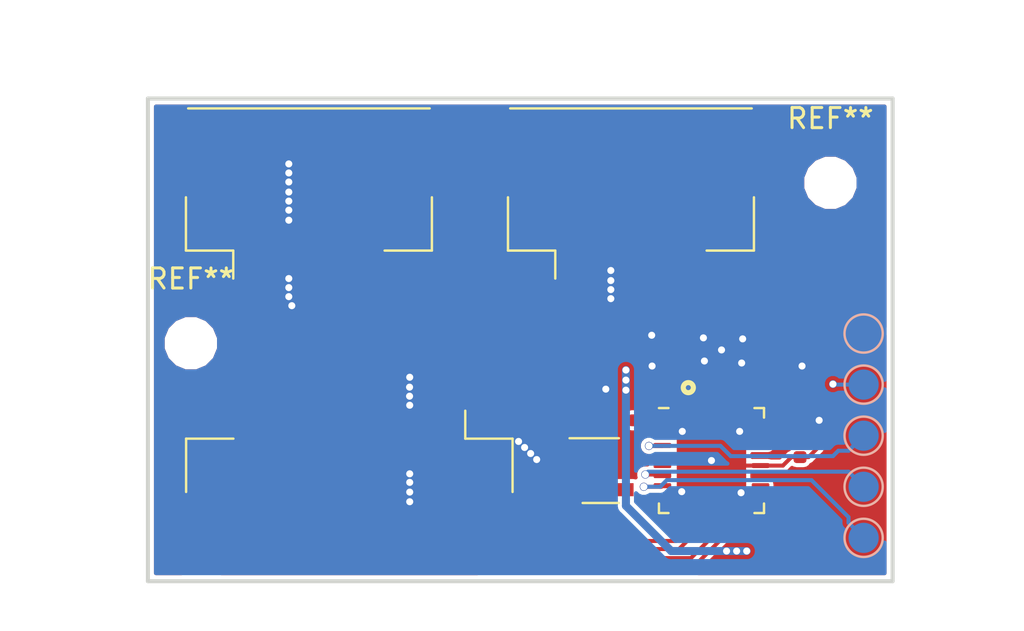
<source format=kicad_pcb>
(kicad_pcb (version 20171130) (host pcbnew 5.0.1-33cea8e~68~ubuntu16.04.1)

  (general
    (thickness 1.6)
    (drawings 4)
    (tracks 246)
    (zones 0)
    (modules 23)
    (nets 38)
  )

  (page A4)
  (layers
    (0 F.Cu signal)
    (31 B.Cu signal)
    (32 B.Adhes user)
    (33 F.Adhes user)
    (34 B.Paste user)
    (35 F.Paste user)
    (36 B.SilkS user)
    (37 F.SilkS user)
    (38 B.Mask user)
    (39 F.Mask user)
    (40 Dwgs.User user)
    (41 Cmts.User user)
    (42 Eco1.User user)
    (43 Eco2.User user)
    (44 Edge.Cuts user)
    (45 Margin user)
    (46 B.CrtYd user)
    (47 F.CrtYd user)
    (48 B.Fab user)
    (49 F.Fab user)
  )

  (setup
    (last_trace_width 0.2)
    (user_trace_width 0.2)
    (user_trace_width 0.3)
    (user_trace_width 0.4)
    (user_trace_width 0.75)
    (user_trace_width 1)
    (user_trace_width 2)
    (trace_clearance 0.2)
    (zone_clearance 0.2)
    (zone_45_only no)
    (trace_min 0.2)
    (segment_width 0.2)
    (edge_width 0.15)
    (via_size 0.4)
    (via_drill 0.35)
    (via_min_size 0.35)
    (via_min_drill 0.3)
    (uvia_size 0.3)
    (uvia_drill 0.1)
    (uvias_allowed no)
    (uvia_min_size 0.2)
    (uvia_min_drill 0.1)
    (pcb_text_width 0.3)
    (pcb_text_size 1.5 1.5)
    (mod_edge_width 0.15)
    (mod_text_size 0 0)
    (mod_text_width 0)
    (pad_size 1.524 1.524)
    (pad_drill 0.762)
    (pad_to_mask_clearance 0.051)
    (solder_mask_min_width 0.25)
    (aux_axis_origin 0 0)
    (visible_elements FFFFFF7F)
    (pcbplotparams
      (layerselection 0x010fc_ffffffff)
      (usegerberextensions false)
      (usegerberattributes false)
      (usegerberadvancedattributes false)
      (creategerberjobfile false)
      (excludeedgelayer true)
      (linewidth 0.100000)
      (plotframeref false)
      (viasonmask false)
      (mode 1)
      (useauxorigin false)
      (hpglpennumber 1)
      (hpglpenspeed 20)
      (hpglpendiameter 15.000000)
      (psnegative false)
      (psa4output false)
      (plotreference true)
      (plotvalue true)
      (plotinvisibletext false)
      (padsonsilk false)
      (subtractmaskfromsilk false)
      (outputformat 1)
      (mirror false)
      (drillshape 0)
      (scaleselection 1)
      (outputdirectory "GERBER/"))
  )

  (net 0 "")
  (net 1 GND)
  (net 2 +3V3)
  (net 3 +BATT)
  (net 4 RX)
  (net 5 DIR)
  (net 6 TX)
  (net 7 "Net-(IC1-Pad6)")
  (net 8 "Net-(IC1-Pad7)")
  (net 9 A)
  (net 10 B)
  (net 11 MISO)
  (net 12 MOSI)
  (net 13 SCK)
  (net 14 CS)
  (net 15 "Net-(R6-Pad2)")
  (net 16 "Net-(U1-Pad1)")
  (net 17 RESET)
  (net 18 "Net-(U1-Pad4)")
  (net 19 "Net-(U1-Pad5)")
  (net 20 SWCLK)
  (net 21 SWDIO)
  (net 22 "Net-(U1-Pad8)")
  (net 23 "Net-(U1-Pad9)")
  (net 24 "Net-(U1-Pad10)")
  (net 25 "Net-(U1-Pad15)")
  (net 26 "Net-(U1-Pad16)")
  (net 27 "Net-(U1-Pad17)")
  (net 28 "Net-(U1-Pad18)")
  (net 29 "Net-(U1-Pad22)")
  (net 30 "Net-(U1-Pad23)")
  (net 31 "Net-(U1-Pad24)")
  (net 32 "Net-(U1-Pad25)")
  (net 33 "Net-(U1-Pad26)")
  (net 34 "Net-(U1-Pad30)")
  (net 35 "Net-(U1-Pad31)")
  (net 36 "Net-(U1-Pad32)")
  (net 37 "Net-(U2-Pad4)")

  (net_class Default "This is the default net class."
    (clearance 0.2)
    (trace_width 0.2)
    (via_dia 0.4)
    (via_drill 0.35)
    (uvia_dia 0.3)
    (uvia_drill 0.1)
    (add_net +3V3)
    (add_net +BATT)
    (add_net A)
    (add_net B)
    (add_net CS)
    (add_net DIR)
    (add_net GND)
    (add_net MISO)
    (add_net MOSI)
    (add_net "Net-(IC1-Pad6)")
    (add_net "Net-(IC1-Pad7)")
    (add_net "Net-(R6-Pad2)")
    (add_net "Net-(U1-Pad1)")
    (add_net "Net-(U1-Pad10)")
    (add_net "Net-(U1-Pad15)")
    (add_net "Net-(U1-Pad16)")
    (add_net "Net-(U1-Pad17)")
    (add_net "Net-(U1-Pad18)")
    (add_net "Net-(U1-Pad22)")
    (add_net "Net-(U1-Pad23)")
    (add_net "Net-(U1-Pad24)")
    (add_net "Net-(U1-Pad25)")
    (add_net "Net-(U1-Pad26)")
    (add_net "Net-(U1-Pad30)")
    (add_net "Net-(U1-Pad31)")
    (add_net "Net-(U1-Pad32)")
    (add_net "Net-(U1-Pad4)")
    (add_net "Net-(U1-Pad5)")
    (add_net "Net-(U1-Pad8)")
    (add_net "Net-(U1-Pad9)")
    (add_net "Net-(U2-Pad4)")
    (add_net RESET)
    (add_net RX)
    (add_net SCK)
    (add_net SWCLK)
    (add_net SWDIO)
    (add_net TX)
  )

  (module MountingHole:MountingHole_2.2mm_M2 (layer F.Cu) (tedit 56D1B4CB) (tstamp 5C70A27F)
    (at 2.1336 12.1666)
    (descr "Mounting Hole 2.2mm, no annular, M2")
    (tags "mounting hole 2.2mm no annular m2")
    (attr virtual)
    (fp_text reference REF** (at 0 -3.2) (layer F.SilkS)
      (effects (font (size 1 1) (thickness 0.15)))
    )
    (fp_text value MountingHole_2.2mm_M2 (at 0 3.2) (layer F.Fab)
      (effects (font (size 1 1) (thickness 0.15)))
    )
    (fp_text user %R (at 0.3 0) (layer F.Fab)
      (effects (font (size 1 1) (thickness 0.15)))
    )
    (fp_circle (center 0 0) (end 2.2 0) (layer Cmts.User) (width 0.15))
    (fp_circle (center 0 0) (end 2.45 0) (layer F.CrtYd) (width 0.05))
    (pad 1 np_thru_hole circle (at 0 0) (size 2.2 2.2) (drill 2.2) (layers *.Cu *.Mask))
  )

  (module TestPoint:TestPoint_Pad_D1.5mm (layer B.Cu) (tedit 5A0F774F) (tstamp 5C70A74B)
    (at 35.56 11.684)
    (descr "SMD pad as test Point, diameter 1.5mm")
    (tags "test point SMD pad")
    (path /5C645E82)
    (attr virtual)
    (fp_text reference TP5 (at 0 1.648) (layer B.SilkS)
      (effects (font (size 0 0) (thickness 0.15)) (justify mirror))
    )
    (fp_text value TestPoint (at 0 -1.75) (layer B.Fab)
      (effects (font (size 0 0) (thickness 0.15)) (justify mirror))
    )
    (fp_text user %R (at 0 1.65) (layer B.Fab)
      (effects (font (size 0 0) (thickness 0.15)) (justify mirror))
    )
    (fp_circle (center 0 0) (end 1.25 0) (layer B.CrtYd) (width 0.05))
    (fp_circle (center 0 0) (end 0 -0.95) (layer B.SilkS) (width 0.12))
    (pad 1 smd circle (at 0 0) (size 1.5 1.5) (layers B.Cu B.Mask)
      (net 1 GND))
  )

  (module TestPoint:TestPoint_Pad_D1.5mm (layer B.Cu) (tedit 5A0F774F) (tstamp 5C70A743)
    (at 35.56 16.764)
    (descr "SMD pad as test Point, diameter 1.5mm")
    (tags "test point SMD pad")
    (path /5C645AA1)
    (attr virtual)
    (fp_text reference TP1 (at 0 1.648) (layer B.SilkS)
      (effects (font (size 0 0) (thickness 0.15)) (justify mirror))
    )
    (fp_text value TestPoint (at 0 -1.75) (layer B.Fab)
      (effects (font (size 0 0) (thickness 0.15)) (justify mirror))
    )
    (fp_circle (center 0 0) (end 0 -0.95) (layer B.SilkS) (width 0.12))
    (fp_circle (center 0 0) (end 1.25 0) (layer B.CrtYd) (width 0.05))
    (fp_text user %R (at 0 1.65) (layer B.Fab)
      (effects (font (size 0 0) (thickness 0.15)) (justify mirror))
    )
    (pad 1 smd circle (at 0 0) (size 1.5 1.5) (layers B.Cu B.Mask)
      (net 17 RESET))
  )

  (module TestPoint:TestPoint_Pad_D1.5mm (layer B.Cu) (tedit 5A0F774F) (tstamp 5C70A73B)
    (at 35.56 19.304)
    (descr "SMD pad as test Point, diameter 1.5mm")
    (tags "test point SMD pad")
    (path /5C645DA6)
    (attr virtual)
    (fp_text reference TP2 (at 0 1.648) (layer B.SilkS)
      (effects (font (size 0 0) (thickness 0.15)) (justify mirror))
    )
    (fp_text value TestPoint (at 0 -1.75) (layer B.Fab)
      (effects (font (size 0 0) (thickness 0.15)) (justify mirror))
    )
    (fp_text user %R (at 0 1.65) (layer B.Fab)
      (effects (font (size 0 0) (thickness 0.15)) (justify mirror))
    )
    (fp_circle (center 0 0) (end 1.25 0) (layer B.CrtYd) (width 0.05))
    (fp_circle (center 0 0) (end 0 -0.95) (layer B.SilkS) (width 0.12))
    (pad 1 smd circle (at 0 0) (size 1.5 1.5) (layers B.Cu B.Mask)
      (net 20 SWCLK))
  )

  (module TestPoint:TestPoint_Pad_D1.5mm (layer B.Cu) (tedit 5A0F774F) (tstamp 5C70A733)
    (at 35.56 21.844)
    (descr "SMD pad as test Point, diameter 1.5mm")
    (tags "test point SMD pad")
    (path /5C645DEA)
    (attr virtual)
    (fp_text reference TP3 (at 0 1.648) (layer B.SilkS)
      (effects (font (size 0 0) (thickness 0.15)) (justify mirror))
    )
    (fp_text value TestPoint (at 0 -1.75) (layer B.Fab)
      (effects (font (size 0 0) (thickness 0.15)) (justify mirror))
    )
    (fp_circle (center 0 0) (end 0 -0.95) (layer B.SilkS) (width 0.12))
    (fp_circle (center 0 0) (end 1.25 0) (layer B.CrtYd) (width 0.05))
    (fp_text user %R (at 0 1.65) (layer B.Fab)
      (effects (font (size 0 0) (thickness 0.15)) (justify mirror))
    )
    (pad 1 smd circle (at 0 0) (size 1.5 1.5) (layers B.Cu B.Mask)
      (net 21 SWDIO))
  )

  (module TestPoint:TestPoint_Pad_D1.5mm (layer B.Cu) (tedit 5A0F774F) (tstamp 5C70AE52)
    (at 35.56 14.224)
    (descr "SMD pad as test Point, diameter 1.5mm")
    (tags "test point SMD pad")
    (path /5C645E36)
    (attr virtual)
    (fp_text reference TP4 (at 0 1.648) (layer B.SilkS)
      (effects (font (size 0 0) (thickness 0.15)) (justify mirror))
    )
    (fp_text value TestPoint (at 0 -1.75) (layer B.Fab)
      (effects (font (size 0 0) (thickness 0.15)) (justify mirror))
    )
    (fp_text user %R (at 0 1.65) (layer B.Fab)
      (effects (font (size 0 0) (thickness 0.15)) (justify mirror))
    )
    (fp_circle (center 0 0) (end 1.25 0) (layer B.CrtYd) (width 0.05))
    (fp_circle (center 0 0) (end 0 -0.95) (layer B.SilkS) (width 0.12))
    (pad 1 smd circle (at 0 0) (size 1.5 1.5) (layers B.Cu B.Mask)
      (net 2 +3V3))
  )

  (module Capacitor_SMD:C_0402_1005Metric (layer F.Cu) (tedit 5B301BBE) (tstamp 5C7BE570)
    (at 25.515 11.2)
    (descr "Capacitor SMD 0402 (1005 Metric), square (rectangular) end terminal, IPC_7351 nominal, (Body size source: http://www.tortai-tech.com/upload/download/2011102023233369053.pdf), generated with kicad-footprint-generator")
    (tags capacitor)
    (path /5C638858)
    (attr smd)
    (fp_text reference C1 (at 0 -1.17) (layer F.SilkS)
      (effects (font (size 0 0) (thickness 0.15)))
    )
    (fp_text value C (at 0 1.17) (layer F.Fab)
      (effects (font (size 0 0) (thickness 0.15)))
    )
    (fp_line (start -0.5 0.25) (end -0.5 -0.25) (layer F.Fab) (width 0.1))
    (fp_line (start -0.5 -0.25) (end 0.5 -0.25) (layer F.Fab) (width 0.1))
    (fp_line (start 0.5 -0.25) (end 0.5 0.25) (layer F.Fab) (width 0.1))
    (fp_line (start 0.5 0.25) (end -0.5 0.25) (layer F.Fab) (width 0.1))
    (fp_line (start -0.93 0.47) (end -0.93 -0.47) (layer F.CrtYd) (width 0.05))
    (fp_line (start -0.93 -0.47) (end 0.93 -0.47) (layer F.CrtYd) (width 0.05))
    (fp_line (start 0.93 -0.47) (end 0.93 0.47) (layer F.CrtYd) (width 0.05))
    (fp_line (start 0.93 0.47) (end -0.93 0.47) (layer F.CrtYd) (width 0.05))
    (fp_text user %R (at 0 0) (layer F.Fab)
      (effects (font (size 0 0) (thickness 0.15)))
    )
    (pad 1 smd roundrect (at -0.485 0) (size 0.59 0.64) (layers F.Cu F.Paste F.Mask) (roundrect_rratio 0.25)
      (net 1 GND))
    (pad 2 smd roundrect (at 0.485 0) (size 0.59 0.64) (layers F.Cu F.Paste F.Mask) (roundrect_rratio 0.25)
      (net 2 +3V3))
    (model ${KISYS3DMOD}/Capacitor_SMD.3dshapes/C_0402_1005Metric.wrl
      (at (xyz 0 0 0))
      (scale (xyz 1 1 1))
      (rotate (xyz 0 0 0))
    )
  )

  (module Capacitor_SMD:C_0402_1005Metric (layer F.Cu) (tedit 5C63BE32) (tstamp 5C7BE57F)
    (at 19.8 17.515 90)
    (descr "Capacitor SMD 0402 (1005 Metric), square (rectangular) end terminal, IPC_7351 nominal, (Body size source: http://www.tortai-tech.com/upload/download/2011102023233369053.pdf), generated with kicad-footprint-generator")
    (tags capacitor)
    (path /5C63B312)
    (attr smd)
    (fp_text reference C2 (at 0 -1.17 90) (layer F.SilkS)
      (effects (font (size 0 0) (thickness 0.15)))
    )
    (fp_text value C (at 0 1.17 90) (layer F.Fab)
      (effects (font (size 0 0) (thickness 0.15)))
    )
    (fp_text user %R (at 0 0 90) (layer F.Fab)
      (effects (font (size 0 0) (thickness 0.15)))
    )
    (fp_line (start 0.93 0.47) (end -0.93 0.47) (layer F.CrtYd) (width 0.05))
    (fp_line (start 0.93 -0.47) (end 0.93 0.47) (layer F.CrtYd) (width 0.05))
    (fp_line (start -0.93 -0.47) (end 0.93 -0.47) (layer F.CrtYd) (width 0.05))
    (fp_line (start -0.93 0.47) (end -0.93 -0.47) (layer F.CrtYd) (width 0.05))
    (fp_line (start 0.5 0.25) (end -0.5 0.25) (layer F.Fab) (width 0.1))
    (fp_line (start 0.5 -0.25) (end 0.5 0.25) (layer F.Fab) (width 0.1))
    (fp_line (start -0.5 -0.25) (end 0.5 -0.25) (layer F.Fab) (width 0.1))
    (fp_line (start -0.5 0.25) (end -0.5 -0.25) (layer F.Fab) (width 0.1))
    (pad 2 smd roundrect (at 0.485 0 90) (size 0.59 0.64) (layers F.Cu F.Paste F.Mask) (roundrect_rratio 0.25)
      (net 3 +BATT))
    (pad 1 smd roundrect (at -0.485 0 90) (size 0.59 0.64) (layers F.Cu F.Paste F.Mask) (roundrect_rratio 0.25)
      (net 1 GND))
    (model ${KISYS3DMOD}/Capacitor_SMD.3dshapes/C_0402_1005Metric.wrl
      (at (xyz 0 0 0))
      (scale (xyz 1 1 1))
      (rotate (xyz 0 0 0))
    )
  )

  (module Capacitor_SMD:C_0402_1005Metric (layer F.Cu) (tedit 5B301BBE) (tstamp 5C7BE58E)
    (at 32.4 18.315 270)
    (descr "Capacitor SMD 0402 (1005 Metric), square (rectangular) end terminal, IPC_7351 nominal, (Body size source: http://www.tortai-tech.com/upload/download/2011102023233369053.pdf), generated with kicad-footprint-generator")
    (tags capacitor)
    (path /5C637B08)
    (attr smd)
    (fp_text reference C3 (at 0 -1.17 270) (layer F.SilkS)
      (effects (font (size 0 0) (thickness 0.15)))
    )
    (fp_text value 0.1uF (at 0 1.17 270) (layer F.Fab)
      (effects (font (size 0 0) (thickness 0.15)))
    )
    (fp_line (start -0.5 0.25) (end -0.5 -0.25) (layer F.Fab) (width 0.1))
    (fp_line (start -0.5 -0.25) (end 0.5 -0.25) (layer F.Fab) (width 0.1))
    (fp_line (start 0.5 -0.25) (end 0.5 0.25) (layer F.Fab) (width 0.1))
    (fp_line (start 0.5 0.25) (end -0.5 0.25) (layer F.Fab) (width 0.1))
    (fp_line (start -0.93 0.47) (end -0.93 -0.47) (layer F.CrtYd) (width 0.05))
    (fp_line (start -0.93 -0.47) (end 0.93 -0.47) (layer F.CrtYd) (width 0.05))
    (fp_line (start 0.93 -0.47) (end 0.93 0.47) (layer F.CrtYd) (width 0.05))
    (fp_line (start 0.93 0.47) (end -0.93 0.47) (layer F.CrtYd) (width 0.05))
    (fp_text user %R (at 0 0 270) (layer F.Fab)
      (effects (font (size 0 0) (thickness 0.15)))
    )
    (pad 1 smd roundrect (at -0.485 0 270) (size 0.59 0.64) (layers F.Cu F.Paste F.Mask) (roundrect_rratio 0.25)
      (net 1 GND))
    (pad 2 smd roundrect (at 0.485 0 270) (size 0.59 0.64) (layers F.Cu F.Paste F.Mask) (roundrect_rratio 0.25)
      (net 2 +3V3))
    (model ${KISYS3DMOD}/Capacitor_SMD.3dshapes/C_0402_1005Metric.wrl
      (at (xyz 0 0 0))
      (scale (xyz 1 1 1))
      (rotate (xyz 0 0 0))
    )
  )

  (module Capacitor_SMD:C_0402_1005Metric (layer F.Cu) (tedit 5B301BBE) (tstamp 5C7BE59D)
    (at 32.8 16.8 180)
    (descr "Capacitor SMD 0402 (1005 Metric), square (rectangular) end terminal, IPC_7351 nominal, (Body size source: http://www.tortai-tech.com/upload/download/2011102023233369053.pdf), generated with kicad-footprint-generator")
    (tags capacitor)
    (path /5C637B42)
    (attr smd)
    (fp_text reference C4 (at 0 -1.17 180) (layer F.SilkS)
      (effects (font (size 0 0) (thickness 0.15)))
    )
    (fp_text value 0.1uF (at 0 1.17 180) (layer F.Fab)
      (effects (font (size 0 0) (thickness 0.15)))
    )
    (fp_text user %R (at 0 0 180) (layer F.Fab)
      (effects (font (size 0 0) (thickness 0.15)))
    )
    (fp_line (start 0.93 0.47) (end -0.93 0.47) (layer F.CrtYd) (width 0.05))
    (fp_line (start 0.93 -0.47) (end 0.93 0.47) (layer F.CrtYd) (width 0.05))
    (fp_line (start -0.93 -0.47) (end 0.93 -0.47) (layer F.CrtYd) (width 0.05))
    (fp_line (start -0.93 0.47) (end -0.93 -0.47) (layer F.CrtYd) (width 0.05))
    (fp_line (start 0.5 0.25) (end -0.5 0.25) (layer F.Fab) (width 0.1))
    (fp_line (start 0.5 -0.25) (end 0.5 0.25) (layer F.Fab) (width 0.1))
    (fp_line (start -0.5 -0.25) (end 0.5 -0.25) (layer F.Fab) (width 0.1))
    (fp_line (start -0.5 0.25) (end -0.5 -0.25) (layer F.Fab) (width 0.1))
    (pad 2 smd roundrect (at 0.485 0 180) (size 0.59 0.64) (layers F.Cu F.Paste F.Mask) (roundrect_rratio 0.25)
      (net 2 +3V3))
    (pad 1 smd roundrect (at -0.485 0 180) (size 0.59 0.64) (layers F.Cu F.Paste F.Mask) (roundrect_rratio 0.25)
      (net 1 GND))
    (model ${KISYS3DMOD}/Capacitor_SMD.3dshapes/C_0402_1005Metric.wrl
      (at (xyz 0 0 0))
      (scale (xyz 1 1 1))
      (rotate (xyz 0 0 0))
    )
  )

  (module Capacitor_SMD:C_0402_1005Metric (layer F.Cu) (tedit 5B301BBE) (tstamp 5C7BE5AC)
    (at 22.75 15.55 270)
    (descr "Capacitor SMD 0402 (1005 Metric), square (rectangular) end terminal, IPC_7351 nominal, (Body size source: http://www.tortai-tech.com/upload/download/2011102023233369053.pdf), generated with kicad-footprint-generator")
    (tags capacitor)
    (path /5C63BD95)
    (attr smd)
    (fp_text reference C5 (at 0 -1.17 270) (layer F.SilkS)
      (effects (font (size 0 0) (thickness 0.15)))
    )
    (fp_text value C (at 0 1.17 270) (layer F.Fab)
      (effects (font (size 0 0) (thickness 0.15)))
    )
    (fp_line (start -0.5 0.25) (end -0.5 -0.25) (layer F.Fab) (width 0.1))
    (fp_line (start -0.5 -0.25) (end 0.5 -0.25) (layer F.Fab) (width 0.1))
    (fp_line (start 0.5 -0.25) (end 0.5 0.25) (layer F.Fab) (width 0.1))
    (fp_line (start 0.5 0.25) (end -0.5 0.25) (layer F.Fab) (width 0.1))
    (fp_line (start -0.93 0.47) (end -0.93 -0.47) (layer F.CrtYd) (width 0.05))
    (fp_line (start -0.93 -0.47) (end 0.93 -0.47) (layer F.CrtYd) (width 0.05))
    (fp_line (start 0.93 -0.47) (end 0.93 0.47) (layer F.CrtYd) (width 0.05))
    (fp_line (start 0.93 0.47) (end -0.93 0.47) (layer F.CrtYd) (width 0.05))
    (fp_text user %R (at 0 0 270) (layer F.Fab)
      (effects (font (size 0 0) (thickness 0.15)))
    )
    (pad 1 smd roundrect (at -0.485 0 270) (size 0.59 0.64) (layers F.Cu F.Paste F.Mask) (roundrect_rratio 0.25)
      (net 1 GND))
    (pad 2 smd roundrect (at 0.485 0 270) (size 0.59 0.64) (layers F.Cu F.Paste F.Mask) (roundrect_rratio 0.25)
      (net 2 +3V3))
    (model ${KISYS3DMOD}/Capacitor_SMD.3dshapes/C_0402_1005Metric.wrl
      (at (xyz 0 0 0))
      (scale (xyz 1 1 1))
      (rotate (xyz 0 0 0))
    )
  )

  (module SN65HVD75DRBT:SON65P300X300X100-9N-D (layer F.Cu) (tedit 5C5FDD63) (tstamp 5C7BE5C3)
    (at 28.5 12.5 90)
    (descr DRB0008B_1)
    (tags "Integrated Circuit")
    (path /5C6377E2)
    (attr smd)
    (fp_text reference IC1 (at 0 0 90) (layer F.SilkS)
      (effects (font (size 0 0) (thickness 0.15)))
    )
    (fp_text value SN65HVD75DRBT (at 0 0 90) (layer F.SilkS) hide
      (effects (font (size 0 0) (thickness 0.15)))
    )
    (fp_line (start -2.125 -1.8) (end 2.125 -1.8) (layer Dwgs.User) (width 0.05))
    (fp_line (start 2.125 -1.8) (end 2.125 1.8) (layer Dwgs.User) (width 0.05))
    (fp_line (start 2.125 1.8) (end -2.125 1.8) (layer Dwgs.User) (width 0.05))
    (fp_line (start -2.125 1.8) (end -2.125 -1.8) (layer Dwgs.User) (width 0.05))
    (fp_line (start -1.5 -1.5) (end 1.5 -1.5) (layer Dwgs.User) (width 0.1))
    (fp_line (start 1.5 -1.5) (end 1.5 1.5) (layer Dwgs.User) (width 0.1))
    (fp_line (start 1.5 1.5) (end -1.5 1.5) (layer Dwgs.User) (width 0.1))
    (fp_line (start -1.5 1.5) (end -1.5 -1.5) (layer Dwgs.User) (width 0.1))
    (fp_line (start -1.5 -0.75) (end -0.75 -1.5) (layer Dwgs.User) (width 0.1))
    (fp_circle (center -1.875 -1.65) (end -1.75 -1.65) (layer F.SilkS) (width 0.254))
    (pad 1 smd rect (at -1.45 -0.975 180) (size 0.35 0.85) (layers F.Cu F.Paste F.Mask)
      (net 4 RX))
    (pad 2 smd rect (at -1.45 -0.325 180) (size 0.35 0.85) (layers F.Cu F.Paste F.Mask)
      (net 5 DIR))
    (pad 3 smd rect (at -1.45 0.325 180) (size 0.35 0.85) (layers F.Cu F.Paste F.Mask)
      (net 5 DIR))
    (pad 4 smd rect (at -1.45 0.975 180) (size 0.35 0.85) (layers F.Cu F.Paste F.Mask)
      (net 6 TX))
    (pad 5 smd rect (at 1.45 0.975 180) (size 0.35 0.85) (layers F.Cu F.Paste F.Mask)
      (net 1 GND))
    (pad 6 smd rect (at 1.45 0.325 180) (size 0.35 0.85) (layers F.Cu F.Paste F.Mask)
      (net 7 "Net-(IC1-Pad6)"))
    (pad 7 smd rect (at 1.45 -0.325 180) (size 0.35 0.85) (layers F.Cu F.Paste F.Mask)
      (net 8 "Net-(IC1-Pad7)"))
    (pad 8 smd rect (at 1.45 -0.975 180) (size 0.35 0.85) (layers F.Cu F.Paste F.Mask)
      (net 2 +3V3))
    (pad 9 smd rect (at 0 0 90) (size 1.7 2.45) (layers F.Cu F.Paste F.Mask)
      (net 1 GND))
  )

  (module Connector_Molex:Molex_CLIK-Mate_502443-0470_1x04-1MP_P2.00mm_Vertical (layer F.Cu) (tedit 5B78AD89) (tstamp 5C7BE5DE)
    (at 24 5)
    (descr "Molex CLIK-Mate series connector, 502443-0470 (http://www.molex.com/pdm_docs/sd/5024430270_sd.pdf), generated with kicad-footprint-generator")
    (tags "connector Molex CLIK-Mate side entry")
    (path /5C639266)
    (attr smd)
    (fp_text reference J1 (at 0 -5.6) (layer F.SilkS)
      (effects (font (size 0 0) (thickness 0.15)))
    )
    (fp_text value Conn_01x04 (at 0 5.15) (layer F.Fab)
      (effects (font (size 0 0) (thickness 0.15)))
    )
    (fp_line (start -6 2.45) (end 6 2.45) (layer F.Fab) (width 0.1))
    (fp_line (start -6.11 -0.09) (end -6.11 2.56) (layer F.SilkS) (width 0.12))
    (fp_line (start -6.11 2.56) (end -3.76 2.56) (layer F.SilkS) (width 0.12))
    (fp_line (start -3.76 2.56) (end -3.76 3.95) (layer F.SilkS) (width 0.12))
    (fp_line (start 6.11 -0.09) (end 6.11 2.56) (layer F.SilkS) (width 0.12))
    (fp_line (start 6.11 2.56) (end 3.76 2.56) (layer F.SilkS) (width 0.12))
    (fp_line (start -6 -4.51) (end 6 -4.51) (layer F.SilkS) (width 0.12))
    (fp_line (start -6 -4.4) (end 6 -4.4) (layer F.Fab) (width 0.1))
    (fp_line (start -6 2.45) (end -6 -4.4) (layer F.Fab) (width 0.1))
    (fp_line (start 6 2.45) (end 6 -4.4) (layer F.Fab) (width 0.1))
    (fp_line (start -6.75 -4.9) (end -6.75 4.45) (layer F.CrtYd) (width 0.05))
    (fp_line (start -6.75 4.45) (end 6.75 4.45) (layer F.CrtYd) (width 0.05))
    (fp_line (start 6.75 4.45) (end 6.75 -4.9) (layer F.CrtYd) (width 0.05))
    (fp_line (start 6.75 -4.9) (end -6.75 -4.9) (layer F.CrtYd) (width 0.05))
    (fp_line (start -3.5 2.45) (end -3 1.742893) (layer F.Fab) (width 0.1))
    (fp_line (start -3 1.742893) (end -2.5 2.45) (layer F.Fab) (width 0.1))
    (fp_text user %R (at 0 -0.98) (layer F.Fab)
      (effects (font (size 0 0) (thickness 0.15)))
    )
    (pad 1 smd roundrect (at -3 2.5) (size 1 2.9) (layers F.Cu F.Paste F.Mask) (roundrect_rratio 0.25)
      (net 3 +BATT))
    (pad 2 smd roundrect (at -1 2.5) (size 1 2.9) (layers F.Cu F.Paste F.Mask) (roundrect_rratio 0.25)
      (net 1 GND))
    (pad 3 smd roundrect (at 1 2.5) (size 1 2.9) (layers F.Cu F.Paste F.Mask) (roundrect_rratio 0.25)
      (net 9 A))
    (pad 4 smd roundrect (at 3 2.5) (size 1 2.9) (layers F.Cu F.Paste F.Mask) (roundrect_rratio 0.25)
      (net 10 B))
    (pad MP smd roundrect (at -5.35 -2.15) (size 1.8 3.6) (layers F.Cu F.Paste F.Mask) (roundrect_rratio 0.138889))
    (pad MP smd roundrect (at 5.35 -2.15) (size 1.8 3.6) (layers F.Cu F.Paste F.Mask) (roundrect_rratio 0.138889))
    (model ${KISYS3DMOD}/Connector_Molex.3dshapes/Molex_CLIK-Mate_502443-0470_1x04-1MP_P2.00mm_Vertical.wrl
      (at (xyz 0 0 0))
      (scale (xyz 1 1 1))
      (rotate (xyz 0 0 0))
    )
    (model /home/kbisland/Downloads/5024430470.stp
      (offset (xyz 0 1 6))
      (scale (xyz 1 1 1))
      (rotate (xyz 0 180 0))
    )
  )

  (module Connector_Molex:Molex_CLIK-Mate_502443-0470_1x04-1MP_P2.00mm_Vertical (layer F.Cu) (tedit 5B78AD89) (tstamp 5C7BE5F9)
    (at 8 5)
    (descr "Molex CLIK-Mate series connector, 502443-0470 (http://www.molex.com/pdm_docs/sd/5024430270_sd.pdf), generated with kicad-footprint-generator")
    (tags "connector Molex CLIK-Mate side entry")
    (path /5C63A10F)
    (attr smd)
    (fp_text reference J2 (at 0 -5.6) (layer F.SilkS)
      (effects (font (size 0 0) (thickness 0.15)))
    )
    (fp_text value Conn_01x04 (at 0 5.15) (layer F.Fab)
      (effects (font (size 0 0) (thickness 0.15)))
    )
    (fp_text user %R (at 0 -0.98) (layer F.Fab)
      (effects (font (size 0 0) (thickness 0.15)))
    )
    (fp_line (start -3 1.742893) (end -2.5 2.45) (layer F.Fab) (width 0.1))
    (fp_line (start -3.5 2.45) (end -3 1.742893) (layer F.Fab) (width 0.1))
    (fp_line (start 6.75 -4.9) (end -6.75 -4.9) (layer F.CrtYd) (width 0.05))
    (fp_line (start 6.75 4.45) (end 6.75 -4.9) (layer F.CrtYd) (width 0.05))
    (fp_line (start -6.75 4.45) (end 6.75 4.45) (layer F.CrtYd) (width 0.05))
    (fp_line (start -6.75 -4.9) (end -6.75 4.45) (layer F.CrtYd) (width 0.05))
    (fp_line (start 6 2.45) (end 6 -4.4) (layer F.Fab) (width 0.1))
    (fp_line (start -6 2.45) (end -6 -4.4) (layer F.Fab) (width 0.1))
    (fp_line (start -6 -4.4) (end 6 -4.4) (layer F.Fab) (width 0.1))
    (fp_line (start -6 -4.51) (end 6 -4.51) (layer F.SilkS) (width 0.12))
    (fp_line (start 6.11 2.56) (end 3.76 2.56) (layer F.SilkS) (width 0.12))
    (fp_line (start 6.11 -0.09) (end 6.11 2.56) (layer F.SilkS) (width 0.12))
    (fp_line (start -3.76 2.56) (end -3.76 3.95) (layer F.SilkS) (width 0.12))
    (fp_line (start -6.11 2.56) (end -3.76 2.56) (layer F.SilkS) (width 0.12))
    (fp_line (start -6.11 -0.09) (end -6.11 2.56) (layer F.SilkS) (width 0.12))
    (fp_line (start -6 2.45) (end 6 2.45) (layer F.Fab) (width 0.1))
    (pad MP smd roundrect (at 5.35 -2.15) (size 1.8 3.6) (layers F.Cu F.Paste F.Mask) (roundrect_rratio 0.138889))
    (pad MP smd roundrect (at -5.35 -2.15) (size 1.8 3.6) (layers F.Cu F.Paste F.Mask) (roundrect_rratio 0.138889))
    (pad 4 smd roundrect (at 3 2.5) (size 1 2.9) (layers F.Cu F.Paste F.Mask) (roundrect_rratio 0.25)
      (net 10 B))
    (pad 3 smd roundrect (at 1 2.5) (size 1 2.9) (layers F.Cu F.Paste F.Mask) (roundrect_rratio 0.25)
      (net 9 A))
    (pad 2 smd roundrect (at -1 2.5) (size 1 2.9) (layers F.Cu F.Paste F.Mask) (roundrect_rratio 0.25)
      (net 1 GND))
    (pad 1 smd roundrect (at -3 2.5) (size 1 2.9) (layers F.Cu F.Paste F.Mask) (roundrect_rratio 0.25)
      (net 3 +BATT))
    (model ${KISYS3DMOD}/Connector_Molex.3dshapes/Molex_CLIK-Mate_502443-0470_1x04-1MP_P2.00mm_Vertical.wrl
      (at (xyz 0 0 0))
      (scale (xyz 1 1 1))
      (rotate (xyz 0 0 0))
    )
    (model /home/kbisland/Downloads/5024430470.stp
      (offset (xyz 0 1 6))
      (scale (xyz 1 1 1))
      (rotate (xyz 0 180 0))
    )
  )

  (module Connector_Molex:Molex_CLIK-Mate_502443-0670_1x06-1MP_P2.00mm_Vertical (layer F.Cu) (tedit 5B78AD89) (tstamp 5C7BE616)
    (at 10.0076 19.47164 180)
    (descr "Molex CLIK-Mate series connector, 502443-0670 (http://www.molex.com/pdm_docs/sd/5024430270_sd.pdf), generated with kicad-footprint-generator")
    (tags "connector Molex CLIK-Mate side entry")
    (path /5C6394DF)
    (attr smd)
    (fp_text reference J3 (at 0 -5.6 180) (layer F.SilkS)
      (effects (font (size 0 0) (thickness 0.15)))
    )
    (fp_text value Conn_01x06 (at 0 5.15 180) (layer F.Fab)
      (effects (font (size 0 0) (thickness 0.15)))
    )
    (fp_line (start -8 2.45) (end 8 2.45) (layer F.Fab) (width 0.1))
    (fp_line (start -8.11 -0.09) (end -8.11 2.56) (layer F.SilkS) (width 0.12))
    (fp_line (start -8.11 2.56) (end -5.76 2.56) (layer F.SilkS) (width 0.12))
    (fp_line (start -5.76 2.56) (end -5.76 3.95) (layer F.SilkS) (width 0.12))
    (fp_line (start 8.11 -0.09) (end 8.11 2.56) (layer F.SilkS) (width 0.12))
    (fp_line (start 8.11 2.56) (end 5.76 2.56) (layer F.SilkS) (width 0.12))
    (fp_line (start -8 -4.51) (end 8 -4.51) (layer F.SilkS) (width 0.12))
    (fp_line (start -8 -4.4) (end 8 -4.4) (layer F.Fab) (width 0.1))
    (fp_line (start -8 2.45) (end -8 -4.4) (layer F.Fab) (width 0.1))
    (fp_line (start 8 2.45) (end 8 -4.4) (layer F.Fab) (width 0.1))
    (fp_line (start -8.75 -4.9) (end -8.75 4.45) (layer F.CrtYd) (width 0.05))
    (fp_line (start -8.75 4.45) (end 8.75 4.45) (layer F.CrtYd) (width 0.05))
    (fp_line (start 8.75 4.45) (end 8.75 -4.9) (layer F.CrtYd) (width 0.05))
    (fp_line (start 8.75 -4.9) (end -8.75 -4.9) (layer F.CrtYd) (width 0.05))
    (fp_line (start -5.5 2.45) (end -5 1.742893) (layer F.Fab) (width 0.1))
    (fp_line (start -5 1.742893) (end -4.5 2.45) (layer F.Fab) (width 0.1))
    (fp_text user %R (at 0 -0.98 180) (layer F.Fab)
      (effects (font (size 0 0) (thickness 0.15)))
    )
    (pad 1 smd roundrect (at -5 2.5 180) (size 1 2.9) (layers F.Cu F.Paste F.Mask) (roundrect_rratio 0.25)
      (net 3 +BATT))
    (pad 2 smd roundrect (at -3 2.5 180) (size 1 2.9) (layers F.Cu F.Paste F.Mask) (roundrect_rratio 0.25)
      (net 1 GND))
    (pad 3 smd roundrect (at -1 2.5 180) (size 1 2.9) (layers F.Cu F.Paste F.Mask) (roundrect_rratio 0.25)
      (net 11 MISO))
    (pad 4 smd roundrect (at 1 2.5 180) (size 1 2.9) (layers F.Cu F.Paste F.Mask) (roundrect_rratio 0.25)
      (net 12 MOSI))
    (pad 5 smd roundrect (at 3 2.5 180) (size 1 2.9) (layers F.Cu F.Paste F.Mask) (roundrect_rratio 0.25)
      (net 13 SCK))
    (pad 6 smd roundrect (at 5 2.5 180) (size 1 2.9) (layers F.Cu F.Paste F.Mask) (roundrect_rratio 0.25)
      (net 14 CS))
    (pad MP smd roundrect (at -7.35 -2.15 180) (size 1.8 3.6) (layers F.Cu F.Paste F.Mask) (roundrect_rratio 0.138889))
    (pad MP smd roundrect (at 7.35 -2.15 180) (size 1.8 3.6) (layers F.Cu F.Paste F.Mask) (roundrect_rratio 0.138889))
    (model ${KISYS3DMOD}/Connector_Molex.3dshapes/Molex_CLIK-Mate_502443-0670_1x06-1MP_P2.00mm_Vertical.wrl
      (at (xyz 0 0 0))
      (scale (xyz 1 1 1))
      (rotate (xyz 0 0 0))
    )
    (model /home/kbisland/Downloads/5024430670.stp
      (offset (xyz 0 1 6))
      (scale (xyz 1 1 1))
      (rotate (xyz 0 180 0))
    )
  )

  (module Resistor_SMD:R_0402_1005Metric (layer F.Cu) (tedit 5B301BBD) (tstamp 5C7BE625)
    (at 32.015 14)
    (descr "Resistor SMD 0402 (1005 Metric), square (rectangular) end terminal, IPC_7351 nominal, (Body size source: http://www.tortai-tech.com/upload/download/2011102023233369053.pdf), generated with kicad-footprint-generator")
    (tags resistor)
    (path /5C638203)
    (attr smd)
    (fp_text reference R1 (at 0 -1.17) (layer F.SilkS)
      (effects (font (size 0 0) (thickness 0.15)))
    )
    (fp_text value 10K (at 0 1.17) (layer F.Fab)
      (effects (font (size 0 0) (thickness 0.15)))
    )
    (fp_line (start -0.5 0.25) (end -0.5 -0.25) (layer F.Fab) (width 0.1))
    (fp_line (start -0.5 -0.25) (end 0.5 -0.25) (layer F.Fab) (width 0.1))
    (fp_line (start 0.5 -0.25) (end 0.5 0.25) (layer F.Fab) (width 0.1))
    (fp_line (start 0.5 0.25) (end -0.5 0.25) (layer F.Fab) (width 0.1))
    (fp_line (start -0.93 0.47) (end -0.93 -0.47) (layer F.CrtYd) (width 0.05))
    (fp_line (start -0.93 -0.47) (end 0.93 -0.47) (layer F.CrtYd) (width 0.05))
    (fp_line (start 0.93 -0.47) (end 0.93 0.47) (layer F.CrtYd) (width 0.05))
    (fp_line (start 0.93 0.47) (end -0.93 0.47) (layer F.CrtYd) (width 0.05))
    (fp_text user %R (at 0 0) (layer F.Fab)
      (effects (font (size 0 0) (thickness 0.15)))
    )
    (pad 1 smd roundrect (at -0.485 0) (size 0.59 0.64) (layers F.Cu F.Paste F.Mask) (roundrect_rratio 0.25)
      (net 6 TX))
    (pad 2 smd roundrect (at 0.485 0) (size 0.59 0.64) (layers F.Cu F.Paste F.Mask) (roundrect_rratio 0.25)
      (net 1 GND))
    (model ${KISYS3DMOD}/Resistor_SMD.3dshapes/R_0402_1005Metric.wrl
      (at (xyz 0 0 0))
      (scale (xyz 1 1 1))
      (rotate (xyz 0 0 0))
    )
  )

  (module Resistor_SMD:R_0402_1005Metric (layer F.Cu) (tedit 5B301BBD) (tstamp 5C7BE634)
    (at 25.515 14)
    (descr "Resistor SMD 0402 (1005 Metric), square (rectangular) end terminal, IPC_7351 nominal, (Body size source: http://www.tortai-tech.com/upload/download/2011102023233369053.pdf), generated with kicad-footprint-generator")
    (tags resistor)
    (path /5C638227)
    (attr smd)
    (fp_text reference R2 (at 0 -1.17) (layer F.SilkS)
      (effects (font (size 0 0) (thickness 0.15)))
    )
    (fp_text value 10K (at 0 1.17) (layer F.Fab)
      (effects (font (size 0 0) (thickness 0.15)))
    )
    (fp_text user %R (at 0 0) (layer F.Fab)
      (effects (font (size 0 0) (thickness 0.15)))
    )
    (fp_line (start 0.93 0.47) (end -0.93 0.47) (layer F.CrtYd) (width 0.05))
    (fp_line (start 0.93 -0.47) (end 0.93 0.47) (layer F.CrtYd) (width 0.05))
    (fp_line (start -0.93 -0.47) (end 0.93 -0.47) (layer F.CrtYd) (width 0.05))
    (fp_line (start -0.93 0.47) (end -0.93 -0.47) (layer F.CrtYd) (width 0.05))
    (fp_line (start 0.5 0.25) (end -0.5 0.25) (layer F.Fab) (width 0.1))
    (fp_line (start 0.5 -0.25) (end 0.5 0.25) (layer F.Fab) (width 0.1))
    (fp_line (start -0.5 -0.25) (end 0.5 -0.25) (layer F.Fab) (width 0.1))
    (fp_line (start -0.5 0.25) (end -0.5 -0.25) (layer F.Fab) (width 0.1))
    (pad 2 smd roundrect (at 0.485 0) (size 0.59 0.64) (layers F.Cu F.Paste F.Mask) (roundrect_rratio 0.25)
      (net 4 RX))
    (pad 1 smd roundrect (at -0.485 0) (size 0.59 0.64) (layers F.Cu F.Paste F.Mask) (roundrect_rratio 0.25)
      (net 1 GND))
    (model ${KISYS3DMOD}/Resistor_SMD.3dshapes/R_0402_1005Metric.wrl
      (at (xyz 0 0 0))
      (scale (xyz 1 1 1))
      (rotate (xyz 0 0 0))
    )
  )

  (module Resistor_SMD:R_0402_1005Metric (layer F.Cu) (tedit 5B301BBD) (tstamp 5C7BE652)
    (at 25.6 9.8)
    (descr "Resistor SMD 0402 (1005 Metric), square (rectangular) end terminal, IPC_7351 nominal, (Body size source: http://www.tortai-tech.com/upload/download/2011102023233369053.pdf), generated with kicad-footprint-generator")
    (tags resistor)
    (path /5C63A7AA)
    (attr smd)
    (fp_text reference R4 (at 0 -1.17) (layer F.SilkS)
      (effects (font (size 0 0) (thickness 0.15)))
    )
    (fp_text value R (at 0 1.17) (layer F.Fab)
      (effects (font (size 0 0) (thickness 0.15)))
    )
    (fp_text user %R (at 0 0) (layer F.Fab)
      (effects (font (size 0 0) (thickness 0.15)))
    )
    (fp_line (start 0.93 0.47) (end -0.93 0.47) (layer F.CrtYd) (width 0.05))
    (fp_line (start 0.93 -0.47) (end 0.93 0.47) (layer F.CrtYd) (width 0.05))
    (fp_line (start -0.93 -0.47) (end 0.93 -0.47) (layer F.CrtYd) (width 0.05))
    (fp_line (start -0.93 0.47) (end -0.93 -0.47) (layer F.CrtYd) (width 0.05))
    (fp_line (start 0.5 0.25) (end -0.5 0.25) (layer F.Fab) (width 0.1))
    (fp_line (start 0.5 -0.25) (end 0.5 0.25) (layer F.Fab) (width 0.1))
    (fp_line (start -0.5 -0.25) (end 0.5 -0.25) (layer F.Fab) (width 0.1))
    (fp_line (start -0.5 0.25) (end -0.5 -0.25) (layer F.Fab) (width 0.1))
    (pad 2 smd roundrect (at 0.485 0) (size 0.59 0.64) (layers F.Cu F.Paste F.Mask) (roundrect_rratio 0.25)
      (net 8 "Net-(IC1-Pad7)"))
    (pad 1 smd roundrect (at -0.485 0) (size 0.59 0.64) (layers F.Cu F.Paste F.Mask) (roundrect_rratio 0.25)
      (net 9 A))
    (model ${KISYS3DMOD}/Resistor_SMD.3dshapes/R_0402_1005Metric.wrl
      (at (xyz 0 0 0))
      (scale (xyz 1 1 1))
      (rotate (xyz 0 0 0))
    )
  )

  (module Resistor_SMD:R_0402_1005Metric (layer F.Cu) (tedit 5B301BBD) (tstamp 5C7BE661)
    (at 29.8 9.115 270)
    (descr "Resistor SMD 0402 (1005 Metric), square (rectangular) end terminal, IPC_7351 nominal, (Body size source: http://www.tortai-tech.com/upload/download/2011102023233369053.pdf), generated with kicad-footprint-generator")
    (tags resistor)
    (path /5C63AAE8)
    (attr smd)
    (fp_text reference R5 (at 0 -1.17 270) (layer F.SilkS)
      (effects (font (size 0 0) (thickness 0.15)))
    )
    (fp_text value R (at 0 1.17 270) (layer F.Fab)
      (effects (font (size 0 0) (thickness 0.15)))
    )
    (fp_line (start -0.5 0.25) (end -0.5 -0.25) (layer F.Fab) (width 0.1))
    (fp_line (start -0.5 -0.25) (end 0.5 -0.25) (layer F.Fab) (width 0.1))
    (fp_line (start 0.5 -0.25) (end 0.5 0.25) (layer F.Fab) (width 0.1))
    (fp_line (start 0.5 0.25) (end -0.5 0.25) (layer F.Fab) (width 0.1))
    (fp_line (start -0.93 0.47) (end -0.93 -0.47) (layer F.CrtYd) (width 0.05))
    (fp_line (start -0.93 -0.47) (end 0.93 -0.47) (layer F.CrtYd) (width 0.05))
    (fp_line (start 0.93 -0.47) (end 0.93 0.47) (layer F.CrtYd) (width 0.05))
    (fp_line (start 0.93 0.47) (end -0.93 0.47) (layer F.CrtYd) (width 0.05))
    (fp_text user %R (at 0 0 270) (layer F.Fab)
      (effects (font (size 0 0) (thickness 0.15)))
    )
    (pad 1 smd roundrect (at -0.485 0 270) (size 0.59 0.64) (layers F.Cu F.Paste F.Mask) (roundrect_rratio 0.25)
      (net 10 B))
    (pad 2 smd roundrect (at 0.485 0 270) (size 0.59 0.64) (layers F.Cu F.Paste F.Mask) (roundrect_rratio 0.25)
      (net 7 "Net-(IC1-Pad6)"))
    (model ${KISYS3DMOD}/Resistor_SMD.3dshapes/R_0402_1005Metric.wrl
      (at (xyz 0 0 0))
      (scale (xyz 1 1 1))
      (rotate (xyz 0 0 0))
    )
  )

  (module Resistor_SMD:R_0402_1005Metric (layer F.Cu) (tedit 5B301BBD) (tstamp 5C7BE670)
    (at 24.2 15.515 270)
    (descr "Resistor SMD 0402 (1005 Metric), square (rectangular) end terminal, IPC_7351 nominal, (Body size source: http://www.tortai-tech.com/upload/download/2011102023233369053.pdf), generated with kicad-footprint-generator")
    (tags resistor)
    (path /5C63AF4A)
    (attr smd)
    (fp_text reference R6 (at 0 -1.17 270) (layer F.SilkS)
      (effects (font (size 0 0) (thickness 0.15)))
    )
    (fp_text value 10k (at 0 1.17 270) (layer F.Fab)
      (effects (font (size 0 0) (thickness 0.15)))
    )
    (fp_line (start -0.5 0.25) (end -0.5 -0.25) (layer F.Fab) (width 0.1))
    (fp_line (start -0.5 -0.25) (end 0.5 -0.25) (layer F.Fab) (width 0.1))
    (fp_line (start 0.5 -0.25) (end 0.5 0.25) (layer F.Fab) (width 0.1))
    (fp_line (start 0.5 0.25) (end -0.5 0.25) (layer F.Fab) (width 0.1))
    (fp_line (start -0.93 0.47) (end -0.93 -0.47) (layer F.CrtYd) (width 0.05))
    (fp_line (start -0.93 -0.47) (end 0.93 -0.47) (layer F.CrtYd) (width 0.05))
    (fp_line (start 0.93 -0.47) (end 0.93 0.47) (layer F.CrtYd) (width 0.05))
    (fp_line (start 0.93 0.47) (end -0.93 0.47) (layer F.CrtYd) (width 0.05))
    (fp_text user %R (at 0 0 270) (layer F.Fab)
      (effects (font (size 0 0) (thickness 0.15)))
    )
    (pad 1 smd roundrect (at -0.485 0 270) (size 0.59 0.64) (layers F.Cu F.Paste F.Mask) (roundrect_rratio 0.25)
      (net 2 +3V3))
    (pad 2 smd roundrect (at 0.485 0 270) (size 0.59 0.64) (layers F.Cu F.Paste F.Mask) (roundrect_rratio 0.25)
      (net 15 "Net-(R6-Pad2)"))
    (model ${KISYS3DMOD}/Resistor_SMD.3dshapes/R_0402_1005Metric.wrl
      (at (xyz 0 0 0))
      (scale (xyz 1 1 1))
      (rotate (xyz 0 0 0))
    )
  )

  (module Package_DFN_QFN:QFN-32-1EP_5x5mm_P0.5mm_EP3.45x3.45mm (layer F.Cu) (tedit 5B4E85CE) (tstamp 5C7BE6AF)
    (at 28 18)
    (descr "QFN, 32 Pin (http://www.analog.com/media/en/package-pcb-resources/package/pkg_pdf/ltc-legacy-qfn/QFN_32_05-08-1693.pdf), generated with kicad-footprint-generator ipc_dfn_qfn_generator.py")
    (tags "QFN DFN_QFN")
    (path /5C6378FE)
    (attr smd)
    (fp_text reference U1 (at 0 -3.82) (layer F.SilkS)
      (effects (font (size 0 0) (thickness 0.15)))
    )
    (fp_text value LPC824M201JHI33 (at 0 3.82) (layer F.Fab)
      (effects (font (size 0 0) (thickness 0.15)))
    )
    (fp_line (start 2.135 -2.61) (end 2.61 -2.61) (layer F.SilkS) (width 0.12))
    (fp_line (start 2.61 -2.61) (end 2.61 -2.135) (layer F.SilkS) (width 0.12))
    (fp_line (start -2.135 2.61) (end -2.61 2.61) (layer F.SilkS) (width 0.12))
    (fp_line (start -2.61 2.61) (end -2.61 2.135) (layer F.SilkS) (width 0.12))
    (fp_line (start 2.135 2.61) (end 2.61 2.61) (layer F.SilkS) (width 0.12))
    (fp_line (start 2.61 2.61) (end 2.61 2.135) (layer F.SilkS) (width 0.12))
    (fp_line (start -2.135 -2.61) (end -2.61 -2.61) (layer F.SilkS) (width 0.12))
    (fp_line (start -1.5 -2.5) (end 2.5 -2.5) (layer F.Fab) (width 0.1))
    (fp_line (start 2.5 -2.5) (end 2.5 2.5) (layer F.Fab) (width 0.1))
    (fp_line (start 2.5 2.5) (end -2.5 2.5) (layer F.Fab) (width 0.1))
    (fp_line (start -2.5 2.5) (end -2.5 -1.5) (layer F.Fab) (width 0.1))
    (fp_line (start -2.5 -1.5) (end -1.5 -2.5) (layer F.Fab) (width 0.1))
    (fp_line (start -3.12 -3.12) (end -3.12 3.12) (layer F.CrtYd) (width 0.05))
    (fp_line (start -3.12 3.12) (end 3.12 3.12) (layer F.CrtYd) (width 0.05))
    (fp_line (start 3.12 3.12) (end 3.12 -3.12) (layer F.CrtYd) (width 0.05))
    (fp_line (start 3.12 -3.12) (end -3.12 -3.12) (layer F.CrtYd) (width 0.05))
    (fp_text user %R (at 0 0) (layer F.Fab)
      (effects (font (size 0 0) (thickness 0.15)))
    )
    (pad 33 smd roundrect (at 0 0) (size 3.45 3.45) (layers F.Cu F.Mask) (roundrect_rratio 0.072464)
      (net 1 GND))
    (pad "" smd roundrect (at -1.15 -1.15) (size 0.93 0.93) (layers F.Paste) (roundrect_rratio 0.25))
    (pad "" smd roundrect (at -1.15 0) (size 0.93 0.93) (layers F.Paste) (roundrect_rratio 0.25))
    (pad "" smd roundrect (at -1.15 1.15) (size 0.93 0.93) (layers F.Paste) (roundrect_rratio 0.25))
    (pad "" smd roundrect (at 0 -1.15) (size 0.93 0.93) (layers F.Paste) (roundrect_rratio 0.25))
    (pad "" smd roundrect (at 0 0) (size 0.93 0.93) (layers F.Paste) (roundrect_rratio 0.25))
    (pad "" smd roundrect (at 0 1.15) (size 0.93 0.93) (layers F.Paste) (roundrect_rratio 0.25))
    (pad "" smd roundrect (at 1.15 -1.15) (size 0.93 0.93) (layers F.Paste) (roundrect_rratio 0.25))
    (pad "" smd roundrect (at 1.15 0) (size 0.93 0.93) (layers F.Paste) (roundrect_rratio 0.25))
    (pad "" smd roundrect (at 1.15 1.15) (size 0.93 0.93) (layers F.Paste) (roundrect_rratio 0.25))
    (pad 1 smd roundrect (at -2.4375 -1.75) (size 0.875 0.25) (layers F.Cu F.Paste F.Mask) (roundrect_rratio 0.25)
      (net 16 "Net-(U1-Pad1)"))
    (pad 2 smd roundrect (at -2.4375 -1.25) (size 0.875 0.25) (layers F.Cu F.Paste F.Mask) (roundrect_rratio 0.25)
      (net 15 "Net-(R6-Pad2)"))
    (pad 3 smd roundrect (at -2.4375 -0.75) (size 0.875 0.25) (layers F.Cu F.Paste F.Mask) (roundrect_rratio 0.25)
      (net 17 RESET))
    (pad 4 smd roundrect (at -2.4375 -0.25) (size 0.875 0.25) (layers F.Cu F.Paste F.Mask) (roundrect_rratio 0.25)
      (net 18 "Net-(U1-Pad4)"))
    (pad 5 smd roundrect (at -2.4375 0.25) (size 0.875 0.25) (layers F.Cu F.Paste F.Mask) (roundrect_rratio 0.25)
      (net 19 "Net-(U1-Pad5)"))
    (pad 6 smd roundrect (at -2.4375 0.75) (size 0.875 0.25) (layers F.Cu F.Paste F.Mask) (roundrect_rratio 0.25)
      (net 20 SWCLK))
    (pad 7 smd roundrect (at -2.4375 1.25) (size 0.875 0.25) (layers F.Cu F.Paste F.Mask) (roundrect_rratio 0.25)
      (net 21 SWDIO))
    (pad 8 smd roundrect (at -2.4375 1.75) (size 0.875 0.25) (layers F.Cu F.Paste F.Mask) (roundrect_rratio 0.25)
      (net 22 "Net-(U1-Pad8)"))
    (pad 9 smd roundrect (at -1.75 2.4375) (size 0.25 0.875) (layers F.Cu F.Paste F.Mask) (roundrect_rratio 0.25)
      (net 23 "Net-(U1-Pad9)"))
    (pad 10 smd roundrect (at -1.25 2.4375) (size 0.25 0.875) (layers F.Cu F.Paste F.Mask) (roundrect_rratio 0.25)
      (net 24 "Net-(U1-Pad10)"))
    (pad 11 smd roundrect (at -0.75 2.4375) (size 0.25 0.875) (layers F.Cu F.Paste F.Mask) (roundrect_rratio 0.25)
      (net 11 MISO))
    (pad 12 smd roundrect (at -0.25 2.4375) (size 0.25 0.875) (layers F.Cu F.Paste F.Mask) (roundrect_rratio 0.25)
      (net 12 MOSI))
    (pad 13 smd roundrect (at 0.25 2.4375) (size 0.25 0.875) (layers F.Cu F.Paste F.Mask) (roundrect_rratio 0.25)
      (net 13 SCK))
    (pad 14 smd roundrect (at 0.75 2.4375) (size 0.25 0.875) (layers F.Cu F.Paste F.Mask) (roundrect_rratio 0.25)
      (net 14 CS))
    (pad 15 smd roundrect (at 1.25 2.4375) (size 0.25 0.875) (layers F.Cu F.Paste F.Mask) (roundrect_rratio 0.25)
      (net 25 "Net-(U1-Pad15)"))
    (pad 16 smd roundrect (at 1.75 2.4375) (size 0.25 0.875) (layers F.Cu F.Paste F.Mask) (roundrect_rratio 0.25)
      (net 26 "Net-(U1-Pad16)"))
    (pad 17 smd roundrect (at 2.4375 1.75) (size 0.875 0.25) (layers F.Cu F.Paste F.Mask) (roundrect_rratio 0.25)
      (net 27 "Net-(U1-Pad17)"))
    (pad 18 smd roundrect (at 2.4375 1.25) (size 0.875 0.25) (layers F.Cu F.Paste F.Mask) (roundrect_rratio 0.25)
      (net 28 "Net-(U1-Pad18)"))
    (pad 19 smd roundrect (at 2.4375 0.75) (size 0.875 0.25) (layers F.Cu F.Paste F.Mask) (roundrect_rratio 0.25)
      (net 2 +3V3))
    (pad 20 smd roundrect (at 2.4375 0.25) (size 0.875 0.25) (layers F.Cu F.Paste F.Mask) (roundrect_rratio 0.25)
      (net 1 GND))
    (pad 21 smd roundrect (at 2.4375 -0.25) (size 0.875 0.25) (layers F.Cu F.Paste F.Mask) (roundrect_rratio 0.25)
      (net 2 +3V3))
    (pad 22 smd roundrect (at 2.4375 -0.75) (size 0.875 0.25) (layers F.Cu F.Paste F.Mask) (roundrect_rratio 0.25)
      (net 29 "Net-(U1-Pad22)"))
    (pad 23 smd roundrect (at 2.4375 -1.25) (size 0.875 0.25) (layers F.Cu F.Paste F.Mask) (roundrect_rratio 0.25)
      (net 30 "Net-(U1-Pad23)"))
    (pad 24 smd roundrect (at 2.4375 -1.75) (size 0.875 0.25) (layers F.Cu F.Paste F.Mask) (roundrect_rratio 0.25)
      (net 31 "Net-(U1-Pad24)"))
    (pad 25 smd roundrect (at 1.75 -2.4375) (size 0.25 0.875) (layers F.Cu F.Paste F.Mask) (roundrect_rratio 0.25)
      (net 32 "Net-(U1-Pad25)"))
    (pad 26 smd roundrect (at 1.25 -2.4375) (size 0.25 0.875) (layers F.Cu F.Paste F.Mask) (roundrect_rratio 0.25)
      (net 33 "Net-(U1-Pad26)"))
    (pad 27 smd roundrect (at 0.75 -2.4375) (size 0.25 0.875) (layers F.Cu F.Paste F.Mask) (roundrect_rratio 0.25)
      (net 6 TX))
    (pad 28 smd roundrect (at 0.25 -2.4375) (size 0.25 0.875) (layers F.Cu F.Paste F.Mask) (roundrect_rratio 0.25)
      (net 5 DIR))
    (pad 29 smd roundrect (at -0.25 -2.4375) (size 0.25 0.875) (layers F.Cu F.Paste F.Mask) (roundrect_rratio 0.25)
      (net 4 RX))
    (pad 30 smd roundrect (at -0.75 -2.4375) (size 0.25 0.875) (layers F.Cu F.Paste F.Mask) (roundrect_rratio 0.25)
      (net 34 "Net-(U1-Pad30)"))
    (pad 31 smd roundrect (at -1.25 -2.4375) (size 0.25 0.875) (layers F.Cu F.Paste F.Mask) (roundrect_rratio 0.25)
      (net 35 "Net-(U1-Pad31)"))
    (pad 32 smd roundrect (at -1.75 -2.4375) (size 0.25 0.875) (layers F.Cu F.Paste F.Mask) (roundrect_rratio 0.25)
      (net 36 "Net-(U1-Pad32)"))
    (model ${KISYS3DMOD}/Package_DFN_QFN.3dshapes/QFN-32-1EP_5x5mm_P0.5mm_EP3.45x3.45mm.wrl
      (at (xyz 0 0 0))
      (scale (xyz 1 1 1))
      (rotate (xyz 0 0 0))
    )
  )

  (module Package_TO_SOT_SMD:SOT-23-5 (layer F.Cu) (tedit 5A02FF57) (tstamp 5C7BE6C4)
    (at 22.5 18.5)
    (descr "5-pin SOT23 package")
    (tags SOT-23-5)
    (path /5C63B15F)
    (attr smd)
    (fp_text reference U2 (at 0 -2.9) (layer F.SilkS)
      (effects (font (size 0 0) (thickness 0.15)))
    )
    (fp_text value MIC5504-3.3YM5 (at 0 2.9) (layer F.Fab)
      (effects (font (size 0 0) (thickness 0.15)))
    )
    (fp_text user %R (at 0 0 90) (layer F.Fab)
      (effects (font (size 0 0) (thickness 0.15)))
    )
    (fp_line (start -0.9 1.61) (end 0.9 1.61) (layer F.SilkS) (width 0.12))
    (fp_line (start 0.9 -1.61) (end -1.55 -1.61) (layer F.SilkS) (width 0.12))
    (fp_line (start -1.9 -1.8) (end 1.9 -1.8) (layer F.CrtYd) (width 0.05))
    (fp_line (start 1.9 -1.8) (end 1.9 1.8) (layer F.CrtYd) (width 0.05))
    (fp_line (start 1.9 1.8) (end -1.9 1.8) (layer F.CrtYd) (width 0.05))
    (fp_line (start -1.9 1.8) (end -1.9 -1.8) (layer F.CrtYd) (width 0.05))
    (fp_line (start -0.9 -0.9) (end -0.25 -1.55) (layer F.Fab) (width 0.1))
    (fp_line (start 0.9 -1.55) (end -0.25 -1.55) (layer F.Fab) (width 0.1))
    (fp_line (start -0.9 -0.9) (end -0.9 1.55) (layer F.Fab) (width 0.1))
    (fp_line (start 0.9 1.55) (end -0.9 1.55) (layer F.Fab) (width 0.1))
    (fp_line (start 0.9 -1.55) (end 0.9 1.55) (layer F.Fab) (width 0.1))
    (pad 1 smd rect (at -1.1 -0.95) (size 1.06 0.65) (layers F.Cu F.Paste F.Mask)
      (net 3 +BATT))
    (pad 2 smd rect (at -1.1 0) (size 1.06 0.65) (layers F.Cu F.Paste F.Mask)
      (net 1 GND))
    (pad 3 smd rect (at -1.1 0.95) (size 1.06 0.65) (layers F.Cu F.Paste F.Mask)
      (net 3 +BATT))
    (pad 4 smd rect (at 1.1 0.95) (size 1.06 0.65) (layers F.Cu F.Paste F.Mask)
      (net 37 "Net-(U2-Pad4)"))
    (pad 5 smd rect (at 1.1 -0.95) (size 1.06 0.65) (layers F.Cu F.Paste F.Mask)
      (net 2 +3V3))
    (model ${KISYS3DMOD}/Package_TO_SOT_SMD.3dshapes/SOT-23-5.wrl
      (at (xyz 0 0 0))
      (scale (xyz 1 1 1))
      (rotate (xyz 0 0 0))
    )
  )

  (module MountingHole:MountingHole_2.2mm_M2 (layer F.Cu) (tedit 56D1B4CB) (tstamp 5C70A26E)
    (at 33.909 4.191)
    (descr "Mounting Hole 2.2mm, no annular, M2")
    (tags "mounting hole 2.2mm no annular m2")
    (attr virtual)
    (fp_text reference REF** (at 0 -3.2) (layer F.SilkS)
      (effects (font (size 1 1) (thickness 0.15)))
    )
    (fp_text value MountingHole_2.2mm_M2 (at 0 3.2) (layer F.Fab)
      (effects (font (size 1 1) (thickness 0.15)))
    )
    (fp_circle (center 0 0) (end 2.45 0) (layer F.CrtYd) (width 0.05))
    (fp_circle (center 0 0) (end 2.2 0) (layer Cmts.User) (width 0.15))
    (fp_text user %R (at 0.3 0) (layer F.Fab)
      (effects (font (size 1 1) (thickness 0.15)))
    )
    (pad 1 np_thru_hole circle (at 0 0) (size 2.2 2.2) (drill 2.2) (layers *.Cu *.Mask))
  )

  (gr_line (start 0 0) (end 37 0) (layer Edge.Cuts) (width 0.2))
  (gr_line (start 37 0) (end 37 24) (layer Edge.Cuts) (width 0.2))
  (gr_line (start 0 24) (end 37 24) (layer Edge.Cuts) (width 0.2))
  (gr_line (start 0 0) (end 0 24) (layer Edge.Cuts) (width 0.2))

  (via (at 29.4 16.55) (size 0.4) (drill 0.35) (layers F.Cu B.Cu) (net 1))
  (via (at 26.55 16.55) (size 0.4) (drill 0.35) (layers F.Cu B.Cu) (net 1))
  (via (at 29.5 13.15) (size 0.4) (drill 0.35) (layers F.Cu B.Cu) (net 1))
  (via (at 29.55 11.95) (size 0.4) (drill 0.35) (layers F.Cu B.Cu) (net 1))
  (via (at 27.65 13.05) (size 0.4) (drill 0.35) (layers F.Cu B.Cu) (net 1))
  (via (at 27.6 11.9) (size 0.4) (drill 0.35) (layers F.Cu B.Cu) (net 1))
  (segment (start 33.285 17.365) (end 33.285 16.8) (width 0.2) (layer F.Cu) (net 1))
  (segment (start 32.82 17.83) (end 33.285 17.365) (width 0.2) (layer F.Cu) (net 1))
  (segment (start 32.4 17.83) (end 32.82 17.83) (width 0.2) (layer F.Cu) (net 1))
  (segment (start 28.25 18.25) (end 28 18) (width 0.2) (layer F.Cu) (net 1))
  (segment (start 30.4375 18.25) (end 28.25 18.25) (width 0.2) (layer F.Cu) (net 1))
  (segment (start 31.97 17.83) (end 32.4 17.83) (width 0.2) (layer F.Cu) (net 1))
  (segment (start 31.55 18.25) (end 31.97 17.83) (width 0.2) (layer F.Cu) (net 1))
  (segment (start 30.4375 18.25) (end 31.55 18.25) (width 0.2) (layer F.Cu) (net 1))
  (segment (start 29.475 11.05) (end 29.475 11.525) (width 0.2) (layer F.Cu) (net 1))
  (segment (start 29.475 11.525) (end 28.5 12.5) (width 0.2) (layer F.Cu) (net 1))
  (segment (start 23 7.5) (end 23 8.55) (width 1) (layer F.Cu) (net 1))
  (segment (start 23 9.95) (end 23 9.95) (width 1) (layer F.Cu) (net 1) (tstamp 5C7C00EF))
  (via (at 23 9.95) (size 0.4) (drill 0.35) (layers F.Cu B.Cu) (net 1))
  (segment (start 23 9.5) (end 23 9.95) (width 1) (layer F.Cu) (net 1) (tstamp 5C7C00F1))
  (via (at 23 9.5) (size 0.4) (drill 0.35) (layers F.Cu B.Cu) (net 1))
  (segment (start 23 9.05) (end 23 9.5) (width 1) (layer F.Cu) (net 1) (tstamp 5C7C00F3))
  (via (at 23 9.05) (size 0.4) (drill 0.35) (layers F.Cu B.Cu) (net 1))
  (segment (start 23 8.55) (end 23 9.05) (width 1) (layer F.Cu) (net 1) (tstamp 5C7C00F5))
  (via (at 23 8.55) (size 0.4) (drill 0.35) (layers F.Cu B.Cu) (net 1))
  (via (at 7.15 10.3) (size 0.4) (drill 0.35) (layers F.Cu B.Cu) (net 1))
  (segment (start 8.95 12.1) (end 7.15 10.3) (width 1) (layer B.Cu) (net 1))
  (via (at 13.0076 15.25) (size 0.4) (drill 0.35) (layers F.Cu B.Cu) (net 1))
  (segment (start 7 10.15) (end 7.15 10.3) (width 1) (layer F.Cu) (net 1))
  (segment (start 11.25 12.1) (end 8.95 12.1) (width 1) (layer B.Cu) (net 1))
  (segment (start 13.0076 16.97164) (end 13.0076 15.25) (width 1) (layer F.Cu) (net 1))
  (segment (start 13.0076 13.8576) (end 13.0076 13.8576) (width 1) (layer B.Cu) (net 1))
  (segment (start 13.0076 15.25) (end 13.0076 13.8576) (width 1) (layer F.Cu) (net 1) (tstamp 5C7C00F7))
  (segment (start 7 7.5) (end 7 10.15) (width 1) (layer F.Cu) (net 1))
  (segment (start 13.0076 13.8576) (end 11.25 12.1) (width 1) (layer B.Cu) (net 1) (tstamp 5C7C00FB))
  (via (at 13.0076 13.8576) (size 0.4) (drill 0.35) (layers F.Cu B.Cu) (net 1))
  (via (at 13 14.8) (size 0.4) (drill 0.35) (layers F.Cu B.Cu) (net 1) (tstamp 5C7C0119))
  (via (at 13 14.35) (size 0.4) (drill 0.35) (layers F.Cu B.Cu) (net 1) (tstamp 5C7C011B))
  (via (at 7 9.85) (size 0.4) (drill 0.35) (layers F.Cu B.Cu) (net 1) (tstamp 5C7C011E))
  (via (at 7 9.4) (size 0.4) (drill 0.35) (layers F.Cu B.Cu) (net 1) (tstamp 5C7C0120))
  (via (at 7 8.95) (size 0.4) (drill 0.35) (layers F.Cu B.Cu) (net 1) (tstamp 5C7C0122))
  (segment (start 7 7.5) (end 7 6.05) (width 1) (layer F.Cu) (net 1))
  (segment (start 7 6.05) (end 7 3.15) (width 1) (layer F.Cu) (net 1) (tstamp 5C7C016E))
  (via (at 7 6.05) (size 0.4) (drill 0.35) (layers F.Cu B.Cu) (net 1))
  (via (at 7 5.55) (size 0.4) (drill 0.35) (layers F.Cu B.Cu) (net 1) (tstamp 5C7C01BF))
  (via (at 7 5.1) (size 0.4) (drill 0.35) (layers F.Cu B.Cu) (net 1) (tstamp 5C7C01C1))
  (via (at 7 4.65) (size 0.4) (drill 0.35) (layers F.Cu B.Cu) (net 1) (tstamp 5C7C01C3))
  (via (at 7 4.15) (size 0.4) (drill 0.35) (layers F.Cu B.Cu) (net 1) (tstamp 5C7C01C5))
  (via (at 7 3.7) (size 0.4) (drill 0.35) (layers F.Cu B.Cu) (net 1) (tstamp 5C7C01C7))
  (via (at 7 3.25) (size 0.4) (drill 0.35) (layers F.Cu B.Cu) (net 1) (tstamp 5C7C01C9))
  (segment (start 20.3 18.5) (end 19.315503 17.95) (width 0.75) (layer F.Cu) (net 1))
  (segment (start 21.4 18.5) (end 20.3 18.5) (width 0.75) (layer F.Cu) (net 1))
  (segment (start 19.365503 18) (end 19.015503 17.65) (width 0.75) (layer F.Cu) (net 1))
  (segment (start 19.8 18) (end 19.365503 18) (width 0.75) (layer F.Cu) (net 1))
  (segment (start 18.415503 17.05) (end 18.415503 17.05) (width 0.75) (layer F.Cu) (net 1) (tstamp 5C7C0668))
  (via (at 18.415503 17.05) (size 0.4) (drill 0.35) (layers F.Cu B.Cu) (net 1))
  (segment (start 18.715503 17.35) (end 18.415503 17.05) (width 0.75) (layer F.Cu) (net 1) (tstamp 5C7C066A))
  (via (at 18.715503 17.35) (size 0.4) (drill 0.35) (layers F.Cu B.Cu) (net 1))
  (segment (start 19.015503 17.65) (end 18.715503 17.35) (width 0.75) (layer F.Cu) (net 1) (tstamp 5C7C066C))
  (via (at 19.015503 17.65) (size 0.4) (drill 0.35) (layers F.Cu B.Cu) (net 1))
  (segment (start 19.315503 17.95) (end 19.8 18) (width 0.75) (layer F.Cu) (net 1) (tstamp 5C7C066E))
  (via (at 19.315503 17.95) (size 0.4) (drill 0.35) (layers F.Cu B.Cu) (net 1))
  (via (at 22.75 14.45) (size 0.4) (drill 0.35) (layers F.Cu B.Cu) (net 1))
  (segment (start 22.75 15.065) (end 22.75 14.45) (width 0.2) (layer F.Cu) (net 1))
  (via (at 25.05 13.3) (size 0.4) (drill 0.35) (layers F.Cu B.Cu) (net 1))
  (segment (start 25.03 13.32) (end 25.05 13.3) (width 0.2) (layer F.Cu) (net 1))
  (segment (start 25.03 14) (end 25.03 13.32) (width 0.2) (layer F.Cu) (net 1))
  (segment (start 25.03 11.2) (end 25.03 11.77) (width 0.2) (layer F.Cu) (net 1))
  (via (at 25.03 11.77) (size 0.4) (drill 0.35) (layers F.Cu B.Cu) (net 1))
  (segment (start 28.5 12.5) (end 28.5 12.5) (width 0.2) (layer F.Cu) (net 1) (tstamp 5C7C0702))
  (via (at 28.5 12.5) (size 0.4) (drill 0.35) (layers F.Cu B.Cu) (net 1))
  (via (at 32.5 13.3) (size 0.4) (drill 0.35) (layers F.Cu B.Cu) (net 1))
  (segment (start 32.5 14) (end 32.5 13.3) (width 0.2) (layer F.Cu) (net 1))
  (via (at 33.35 16) (size 0.4) (drill 0.35) (layers F.Cu B.Cu) (net 1))
  (segment (start 33.285 16.065) (end 33.35 16) (width 0.2) (layer F.Cu) (net 1))
  (segment (start 33.285 16.8) (end 33.285 16.065) (width 0.2) (layer F.Cu) (net 1))
  (segment (start 28 18) (end 28 18) (width 0.2) (layer F.Cu) (net 1) (tstamp 5C7C074D))
  (via (at 28 18) (size 0.4) (drill 0.35) (layers F.Cu B.Cu) (net 1))
  (segment (start 13.0076 16.97164) (end 13.0076 18.65884) (width 0.75) (layer F.Cu) (net 1))
  (segment (start 13.0076 20.04796) (end 13.0076 20.04796) (width 0.75) (layer F.Cu) (net 1) (tstamp 5C709E55))
  (via (at 13.0076 20.04796) (size 0.4) (drill 0.35) (layers F.Cu B.Cu) (net 1))
  (segment (start 13.0076 19.56816) (end 13.0076 20.04796) (width 0.75) (layer F.Cu) (net 1) (tstamp 5C709EF5))
  (via (at 13.0076 19.56816) (size 0.4) (drill 0.35) (layers F.Cu B.Cu) (net 1))
  (segment (start 13.0076 19.08556) (end 13.0076 19.56816) (width 0.75) (layer F.Cu) (net 1) (tstamp 5C709F95))
  (via (at 13.0076 19.08556) (size 0.4) (drill 0.35) (layers F.Cu B.Cu) (net 1))
  (segment (start 13.0076 18.65884) (end 13.0076 19.08556) (width 0.75) (layer F.Cu) (net 1) (tstamp 5C70A035))
  (via (at 13.0076 18.65884) (size 0.4) (drill 0.35) (layers F.Cu B.Cu) (net 1))
  (via (at 26.522302 19.54788) (size 0.4) (drill 0.35) (layers F.Cu B.Cu) (net 1))
  (via (at 29.47042 19.60081) (size 0.4) (drill 0.35) (layers F.Cu B.Cu) (net 1))
  (segment (start 32.35 18.75) (end 32.4 18.8) (width 0.2) (layer F.Cu) (net 2))
  (segment (start 30.4375 18.75) (end 32.35 18.75) (width 0.2) (layer F.Cu) (net 2))
  (segment (start 30.4375 17.75) (end 31.25 17.75) (width 0.2) (layer F.Cu) (net 2))
  (segment (start 31.25 17.75) (end 31.6 17.4) (width 0.2) (layer F.Cu) (net 2))
  (segment (start 31.6 17.4) (end 31.6 16.9) (width 0.2) (layer F.Cu) (net 2))
  (segment (start 31.7 16.8) (end 32.315 16.8) (width 0.2) (layer F.Cu) (net 2))
  (segment (start 31.6 16.9) (end 31.7 16.8) (width 0.2) (layer F.Cu) (net 2))
  (segment (start 27.375 11.2) (end 27.525 11.05) (width 0.2) (layer F.Cu) (net 2))
  (segment (start 26 11.2) (end 27.375 11.2) (width 0.2) (layer F.Cu) (net 2))
  (segment (start 22.75 16.7) (end 23.6 17.55) (width 0.2) (layer F.Cu) (net 2))
  (segment (start 22.75 16.035) (end 22.75 16.7) (width 0.2) (layer F.Cu) (net 2))
  (segment (start 23.75 13.5) (end 23.75 14) (width 0.4) (layer B.Cu) (net 2))
  (via (at 29.75 22.5) (size 0.4) (drill 0.35) (layers F.Cu B.Cu) (net 2))
  (segment (start 29.25 22.5) (end 29.75 22.5) (width 0.4) (layer B.Cu) (net 2) (tstamp 5C7C07E7))
  (via (at 29.25 22.5) (size 0.4) (drill 0.35) (layers F.Cu B.Cu) (net 2))
  (segment (start 28.75 22.5) (end 29.25 22.5) (width 0.4) (layer B.Cu) (net 2) (tstamp 5C7C07E9))
  (via (at 28.75 22.5) (size 0.4) (drill 0.35) (layers F.Cu B.Cu) (net 2))
  (via (at 23.75 13.499992) (size 0.4) (drill 0.35) (layers F.Cu B.Cu) (net 2))
  (segment (start 23.75 14.58) (end 23.75 14.5) (width 0.4) (layer F.Cu) (net 2))
  (segment (start 24.2 15.03) (end 23.75 14.58) (width 0.4) (layer F.Cu) (net 2))
  (segment (start 23.75 13.782834) (end 23.75 13.499992) (width 0.4) (layer F.Cu) (net 2))
  (via (at 23.75 14) (size 0.4) (drill 0.35) (layers F.Cu B.Cu) (net 2))
  (segment (start 23.75 14.5) (end 23.75 13.782834) (width 0.4) (layer F.Cu) (net 2) (tstamp 5C7C0917))
  (via (at 23.75 14.5) (size 0.4) (drill 0.35) (layers F.Cu B.Cu) (net 2))
  (segment (start 26 11.2) (end 26 12) (width 0.2) (layer F.Cu) (net 2))
  (segment (start 23.75 20.25) (end 26 22.5) (width 0.4) (layer B.Cu) (net 2))
  (segment (start 26 22.5) (end 28.75 22.5) (width 0.4) (layer B.Cu) (net 2))
  (segment (start 23.75 14) (end 23.75 20.25) (width 0.4) (layer B.Cu) (net 2))
  (via (at 34.036 14.1986) (size 0.4) (drill 0.35) (layers F.Cu B.Cu) (net 2))
  (segment (start 34.0614 14.224) (end 34.036 14.1986) (width 0.2) (layer B.Cu) (net 2))
  (segment (start 35.56 14.224) (end 34.0614 14.224) (width 0.2) (layer B.Cu) (net 2))
  (segment (start 21 9.8) (end 21 7.5) (width 2) (layer F.Cu) (net 3))
  (segment (start 5 7.5) (end 5 10.9) (width 2) (layer F.Cu) (net 3))
  (segment (start 18.7 12.1) (end 21 9.8) (width 2) (layer F.Cu) (net 3))
  (segment (start 5 10.9) (end 6.2 12.1) (width 2) (layer F.Cu) (net 3))
  (segment (start 15.0076 13.5076) (end 13.6 12.1) (width 1) (layer F.Cu) (net 3))
  (segment (start 15.0076 16.97164) (end 15.0076 13.5076) (width 1) (layer F.Cu) (net 3))
  (segment (start 13.6 12.1) (end 18.7 12.1) (width 2) (layer F.Cu) (net 3))
  (segment (start 6.2 12.1) (end 13.6 12.1) (width 2) (layer F.Cu) (net 3))
  (segment (start 18.7 15.93) (end 19.8 17.03) (width 0.75) (layer F.Cu) (net 3))
  (segment (start 18.7 12.1) (end 18.7 15.93) (width 0.75) (layer F.Cu) (net 3))
  (segment (start 20.88 17.03) (end 21.4 17.55) (width 0.75) (layer F.Cu) (net 3))
  (segment (start 19.8 17.03) (end 20.88 17.03) (width 0.75) (layer F.Cu) (net 3))
  (segment (start 22.025002 17.55) (end 22.6 18.124998) (width 0.4) (layer F.Cu) (net 3))
  (segment (start 21.4 17.55) (end 22.025002 17.55) (width 0.4) (layer F.Cu) (net 3))
  (segment (start 22.33 19.45) (end 21.4 19.45) (width 0.4) (layer F.Cu) (net 3))
  (segment (start 22.6 19.18) (end 22.33 19.45) (width 0.4) (layer F.Cu) (net 3))
  (segment (start 22.6 18.124998) (end 22.6 19.18) (width 0.4) (layer F.Cu) (net 3))
  (segment (start 27.75 15.025) (end 27.75 15.5625) (width 0.2) (layer F.Cu) (net 4))
  (segment (start 27.75 14.8) (end 27.75 15.025) (width 0.2) (layer F.Cu) (net 4))
  (segment (start 27.525 14.575) (end 27.75 14.8) (width 0.2) (layer F.Cu) (net 4))
  (segment (start 27.525 13.95) (end 27.525 14.575) (width 0.2) (layer F.Cu) (net 4))
  (segment (start 26 14) (end 27.05 14) (width 0.2) (layer F.Cu) (net 4))
  (segment (start 27.1 13.95) (end 27.525 13.95) (width 0.2) (layer F.Cu) (net 4))
  (segment (start 27.05 14) (end 27.1 13.95) (width 0.2) (layer F.Cu) (net 4))
  (segment (start 28.175 13.95) (end 28.825 13.95) (width 0.2) (layer F.Cu) (net 5))
  (segment (start 28.175 13.95) (end 28.175 14.925) (width 0.2) (layer F.Cu) (net 5))
  (segment (start 28.25 15) (end 28.25 15.5625) (width 0.2) (layer F.Cu) (net 5))
  (segment (start 28.175 14.925) (end 28.25 15) (width 0.2) (layer F.Cu) (net 5))
  (segment (start 29.475 14.575) (end 29.35 14.7) (width 0.2) (layer F.Cu) (net 6))
  (segment (start 29.475 13.95) (end 29.475 14.575) (width 0.2) (layer F.Cu) (net 6))
  (segment (start 28.75 15.025) (end 28.75 15.5625) (width 0.2) (layer F.Cu) (net 6))
  (segment (start 29.075 14.7) (end 28.75 15.025) (width 0.2) (layer F.Cu) (net 6))
  (segment (start 29.35 14.7) (end 29.075 14.7) (width 0.2) (layer F.Cu) (net 6))
  (segment (start 31.48 13.95) (end 31.53 14) (width 0.2) (layer F.Cu) (net 6))
  (segment (start 29.475 13.95) (end 31.48 13.95) (width 0.2) (layer F.Cu) (net 6))
  (segment (start 29.8 9.6) (end 29 9.6) (width 0.2) (layer F.Cu) (net 7))
  (segment (start 28.825 9.775) (end 28.825 11.05) (width 0.2) (layer F.Cu) (net 7))
  (segment (start 29 9.6) (end 28.825 9.775) (width 0.2) (layer F.Cu) (net 7))
  (segment (start 28.175 10.425) (end 28.175 11.05) (width 0.2) (layer F.Cu) (net 8))
  (segment (start 27.55 9.8) (end 28.175 10.425) (width 0.2) (layer F.Cu) (net 8))
  (segment (start 26.085 9.8) (end 27.55 9.8) (width 0.2) (layer F.Cu) (net 8))
  (segment (start 9 9.05) (end 9.4 9.45) (width 0.2) (layer F.Cu) (net 9))
  (segment (start 9 7.5) (end 9 9.05) (width 0.2) (layer F.Cu) (net 9))
  (segment (start 11.277834 9.45) (end 12.2 8.527834) (width 0.2) (layer F.Cu) (net 9))
  (segment (start 9.4 9.45) (end 11.277834 9.45) (width 0.2) (layer F.Cu) (net 9))
  (segment (start 12.2 8.527834) (end 16.722166 8.527834) (width 0.2) (layer F.Cu) (net 9))
  (segment (start 16.722166 8.527834) (end 20.05 5.2) (width 0.2) (layer F.Cu) (net 9))
  (segment (start 25 5.95) (end 25 7.5) (width 0.2) (layer F.Cu) (net 9))
  (segment (start 24.25 5.2) (end 25 5.95) (width 0.2) (layer F.Cu) (net 9))
  (segment (start 20.05 5.2) (end 24.25 5.2) (width 0.2) (layer F.Cu) (net 9))
  (segment (start 25 9.685) (end 25.115 9.8) (width 0.2) (layer F.Cu) (net 9))
  (segment (start 25 7.5) (end 25 9.685) (width 0.2) (layer F.Cu) (net 9))
  (segment (start 25.9 4.6) (end 27 5.7) (width 0.2) (layer F.Cu) (net 10))
  (segment (start 11 7.5) (end 11.57071 6.92929) (width 0.2) (layer F.Cu) (net 10))
  (segment (start 11.57071 6.92929) (end 17.72071 6.92929) (width 0.2) (layer F.Cu) (net 10))
  (segment (start 27 5.7) (end 27 7.5) (width 0.2) (layer F.Cu) (net 10))
  (segment (start 17.72071 6.92929) (end 20.05 4.6) (width 0.2) (layer F.Cu) (net 10))
  (segment (start 20.05 4.6) (end 25.9 4.6) (width 0.2) (layer F.Cu) (net 10))
  (segment (start 28.67 7.5) (end 29.8 8.63) (width 0.2) (layer F.Cu) (net 10))
  (segment (start 27 7.5) (end 28.67 7.5) (width 0.2) (layer F.Cu) (net 10))
  (segment (start 13.471145 20.735929) (end 12.715041 20.735929) (width 0.2) (layer F.Cu) (net 11))
  (segment (start 27.25 20.4375) (end 27.25 20.975) (width 0.2) (layer F.Cu) (net 11))
  (segment (start 26.225 22) (end 22.410894 22) (width 0.2) (layer F.Cu) (net 11))
  (segment (start 22.410894 22) (end 18.710874 18.29998) (width 0.2) (layer F.Cu) (net 11))
  (segment (start 15.907094 18.29998) (end 13.471145 20.735929) (width 0.2) (layer F.Cu) (net 11))
  (segment (start 12.715041 20.735929) (end 11.0076 19.028488) (width 0.2) (layer F.Cu) (net 11))
  (segment (start 11.0076 18.52164) (end 11.0076 16.97164) (width 0.2) (layer F.Cu) (net 11))
  (segment (start 27.25 20.975) (end 26.225 22) (width 0.2) (layer F.Cu) (net 11))
  (segment (start 18.710874 18.29998) (end 15.907094 18.29998) (width 0.2) (layer F.Cu) (net 11))
  (segment (start 11.0076 19.028488) (end 11.0076 18.52164) (width 0.2) (layer F.Cu) (net 11))
  (segment (start 9.0076 18.52164) (end 11.6219 21.13594) (width 0.2) (layer F.Cu) (net 12))
  (segment (start 16.072783 18.699991) (end 18.545185 18.699991) (width 0.2) (layer F.Cu) (net 12))
  (segment (start 18.545185 18.699991) (end 22.245205 22.400011) (width 0.2) (layer F.Cu) (net 12))
  (segment (start 22.245205 22.400011) (end 26.390689 22.400011) (width 0.2) (layer F.Cu) (net 12))
  (segment (start 11.6219 21.13594) (end 13.636834 21.13594) (width 0.2) (layer F.Cu) (net 12))
  (segment (start 9.0076 16.97164) (end 9.0076 18.52164) (width 0.2) (layer F.Cu) (net 12))
  (segment (start 13.636834 21.13594) (end 16.072783 18.699991) (width 0.2) (layer F.Cu) (net 12))
  (segment (start 27.75 21.0407) (end 27.75 20.975) (width 0.2) (layer F.Cu) (net 12))
  (segment (start 26.390689 22.400011) (end 27.75 21.0407) (width 0.2) (layer F.Cu) (net 12))
  (segment (start 27.75 20.975) (end 27.75 20.4375) (width 0.2) (layer F.Cu) (net 12))
  (segment (start 13.802523 21.535951) (end 10.021911 21.535951) (width 0.2) (layer F.Cu) (net 13))
  (segment (start 10.021911 21.535951) (end 7.0076 18.52164) (width 0.2) (layer F.Cu) (net 13))
  (segment (start 18.379495 19.100002) (end 16.238472 19.100002) (width 0.2) (layer F.Cu) (net 13))
  (segment (start 28.25 21.5814) (end 26.981389 22.850011) (width 0.2) (layer F.Cu) (net 13))
  (segment (start 16.238472 19.100002) (end 13.802523 21.535951) (width 0.2) (layer F.Cu) (net 13))
  (segment (start 22.129504 22.850011) (end 18.379495 19.100002) (width 0.2) (layer F.Cu) (net 13))
  (segment (start 26.981389 22.850011) (end 22.129504 22.850011) (width 0.2) (layer F.Cu) (net 13))
  (segment (start 7.0076 18.52164) (end 7.0076 16.97164) (width 0.2) (layer F.Cu) (net 13))
  (segment (start 28.25 20.4375) (end 28.25 21.5814) (width 0.2) (layer F.Cu) (net 13))
  (segment (start 13.968212 21.935962) (end 16.382544 19.52163) (width 0.2) (layer F.Cu) (net 14))
  (segment (start 27.147078 23.250022) (end 28.75 21.6471) (width 0.2) (layer F.Cu) (net 14))
  (segment (start 18.235423 19.52163) (end 21.963815 23.250022) (width 0.2) (layer F.Cu) (net 14))
  (segment (start 5.0076 18.52164) (end 8.421922 21.935962) (width 0.2) (layer F.Cu) (net 14))
  (segment (start 28.75 20.975) (end 28.75 20.4375) (width 0.2) (layer F.Cu) (net 14))
  (segment (start 28.75 21.6471) (end 28.75 20.975) (width 0.2) (layer F.Cu) (net 14))
  (segment (start 21.963815 23.250022) (end 27.147078 23.250022) (width 0.2) (layer F.Cu) (net 14))
  (segment (start 5.0076 16.97164) (end 5.0076 18.52164) (width 0.2) (layer F.Cu) (net 14))
  (segment (start 8.421922 21.935962) (end 13.968212 21.935962) (width 0.2) (layer F.Cu) (net 14))
  (segment (start 16.382544 19.52163) (end 18.235423 19.52163) (width 0.2) (layer F.Cu) (net 14))
  (segment (start 24.95 16.75) (end 25.5625 16.75) (width 0.2) (layer F.Cu) (net 15))
  (segment (start 24.2 16) (end 24.95 16.75) (width 0.2) (layer F.Cu) (net 15))
  (segment (start 34.810001 17.513999) (end 34.302001 17.513999) (width 0.2) (layer B.Cu) (net 17))
  (segment (start 35.56 16.764) (end 34.810001 17.513999) (width 0.2) (layer B.Cu) (net 17))
  (segment (start 34.302001 17.513999) (end 34.036 17.78) (width 0.2) (layer B.Cu) (net 17))
  (segment (start 34.036 17.78) (end 28.956 17.78) (width 0.2) (layer B.Cu) (net 17))
  (via (at 24.892 17.272) (size 0.4) (drill 0.35) (layers F.Cu B.Cu) (net 17))
  (segment (start 28.448 17.272) (end 24.892 17.272) (width 0.2) (layer B.Cu) (net 17))
  (segment (start 28.956 17.78) (end 28.448 17.272) (width 0.2) (layer B.Cu) (net 17))
  (segment (start 25.5405 17.272) (end 25.5625 17.25) (width 0.2) (layer F.Cu) (net 17))
  (segment (start 24.892 17.272) (end 25.5405 17.272) (width 0.2) (layer F.Cu) (net 17))
  (via (at 24.7142 18.6944) (size 0.4) (drill 0.35) (layers F.Cu B.Cu) (net 20))
  (segment (start 25.5069 18.6944) (end 25.5625 18.75) (width 0.2) (layer F.Cu) (net 20))
  (segment (start 24.7142 18.6944) (end 25.5069 18.6944) (width 0.2) (layer F.Cu) (net 20))
  (segment (start 24.834811 18.573789) (end 24.7142 18.6944) (width 0.2) (layer B.Cu) (net 20))
  (segment (start 24.854599 18.554001) (end 24.834811 18.573789) (width 0.2) (layer B.Cu) (net 20))
  (segment (start 35.56 19.304) (end 34.810001 18.554001) (width 0.2) (layer B.Cu) (net 20))
  (segment (start 34.810001 18.554001) (end 24.854599 18.554001) (width 0.2) (layer B.Cu) (net 20))
  (segment (start 34.810001 21.094001) (end 34.810001 20.814601) (width 0.2) (layer B.Cu) (net 21))
  (segment (start 35.56 21.844) (end 34.810001 21.094001) (width 0.2) (layer B.Cu) (net 21))
  (segment (start 34.810001 20.814601) (end 32.9692 18.9738) (width 0.2) (layer B.Cu) (net 21))
  (segment (start 32.9692 18.9738) (end 25.781 18.9738) (width 0.2) (layer B.Cu) (net 21))
  (via (at 24.638 19.304) (size 0.4) (drill 0.35) (layers F.Cu B.Cu) (net 21))
  (segment (start 25.4508 19.304) (end 24.638 19.304) (width 0.2) (layer B.Cu) (net 21))
  (segment (start 25.781 18.9738) (end 25.4508 19.304) (width 0.2) (layer B.Cu) (net 21))
  (segment (start 25.5085 19.304) (end 25.5625 19.25) (width 0.2) (layer F.Cu) (net 21))
  (segment (start 24.638 19.304) (end 25.5085 19.304) (width 0.2) (layer F.Cu) (net 21))

  (zone (net 1) (net_name GND) (layer B.Cu) (tstamp 5C70E754) (hatch edge 0.508)
    (connect_pads yes (clearance 0.2))
    (min_thickness 0.2)
    (fill yes (arc_segments 16) (thermal_gap 0.508) (thermal_bridge_width 0.508))
    (polygon
      (pts
        (xy -0.649 -0.15) (xy -2.399 24.6) (xy 41.797 26.35) (xy 43.547 -3.95) (xy 0 -4.9)
      )
    )
    (filled_polygon
      (pts
        (xy 36.600001 13.991001) (xy 36.450147 13.629223) (xy 36.154777 13.333853) (xy 35.768858 13.174) (xy 35.351142 13.174)
        (xy 34.965223 13.333853) (xy 34.669853 13.629223) (xy 34.589174 13.824) (xy 34.368507 13.824) (xy 34.319227 13.77472)
        (xy 34.135456 13.6986) (xy 33.936544 13.6986) (xy 33.752773 13.77472) (xy 33.61212 13.915373) (xy 33.536 14.099144)
        (xy 33.536 14.298056) (xy 33.61212 14.481827) (xy 33.752773 14.62248) (xy 33.936544 14.6986) (xy 34.135456 14.6986)
        (xy 34.315557 14.624) (xy 34.589174 14.624) (xy 34.669853 14.818777) (xy 34.965223 15.114147) (xy 35.351142 15.274)
        (xy 35.768858 15.274) (xy 36.154777 15.114147) (xy 36.450147 14.818777) (xy 36.600001 14.456999) (xy 36.600001 16.531002)
        (xy 36.450147 16.169223) (xy 36.154777 15.873853) (xy 35.768858 15.714) (xy 35.351142 15.714) (xy 34.965223 15.873853)
        (xy 34.669853 16.169223) (xy 34.51 16.555142) (xy 34.51 16.972858) (xy 34.568463 17.113999) (xy 34.341393 17.113999)
        (xy 34.302 17.106163) (xy 34.262607 17.113999) (xy 34.145929 17.137208) (xy 34.013617 17.225615) (xy 33.991302 17.259013)
        (xy 33.870315 17.38) (xy 29.121685 17.38) (xy 28.758702 17.017018) (xy 28.736384 16.983616) (xy 28.604072 16.895209)
        (xy 28.487394 16.872) (xy 28.448 16.864164) (xy 28.408606 16.872) (xy 25.199107 16.872) (xy 25.175227 16.84812)
        (xy 24.991456 16.772) (xy 24.792544 16.772) (xy 24.608773 16.84812) (xy 24.46812 16.988773) (xy 24.392 17.172544)
        (xy 24.392 17.371456) (xy 24.46812 17.555227) (xy 24.608773 17.69588) (xy 24.792544 17.772) (xy 24.991456 17.772)
        (xy 25.175227 17.69588) (xy 25.199107 17.672) (xy 28.282315 17.672) (xy 28.645301 18.034987) (xy 28.667616 18.068384)
        (xy 28.795752 18.154001) (xy 24.893991 18.154001) (xy 24.854598 18.146165) (xy 24.815206 18.154001) (xy 24.815205 18.154001)
        (xy 24.698527 18.17721) (xy 24.6728 18.1944) (xy 24.614744 18.1944) (xy 24.430973 18.27052) (xy 24.29032 18.411173)
        (xy 24.25 18.508515) (xy 24.25 13.400536) (xy 24.230781 13.354137) (xy 24.220989 13.30491) (xy 24.193105 13.263178)
        (xy 24.17388 13.216765) (xy 24.138358 13.181243) (xy 24.11048 13.13952) (xy 24.068757 13.111642) (xy 24.033227 13.076112)
        (xy 23.986802 13.056882) (xy 23.945089 13.029011) (xy 23.895886 13.019224) (xy 23.849456 12.999992) (xy 23.799202 12.999992)
        (xy 23.75 12.990205) (xy 23.700798 12.999992) (xy 23.650544 12.999992) (xy 23.604115 13.019224) (xy 23.55491 13.029011)
        (xy 23.513196 13.056883) (xy 23.466773 13.076112) (xy 23.431243 13.111642) (xy 23.38952 13.13952) (xy 23.361642 13.181243)
        (xy 23.32612 13.216765) (xy 23.306894 13.26318) (xy 23.279011 13.304911) (xy 23.26922 13.354136) (xy 23.25 13.400536)
        (xy 23.25 13.450758) (xy 23.250001 13.900542) (xy 23.25 13.900544) (xy 23.25 13.950758) (xy 23.250001 20.200754)
        (xy 23.240205 20.25) (xy 23.277564 20.43781) (xy 23.279012 20.44509) (xy 23.389521 20.61048) (xy 23.431269 20.638375)
        (xy 25.611623 22.818729) (xy 25.63952 22.86048) (xy 25.80491 22.970989) (xy 26 23.009796) (xy 26.049246 23)
        (xy 29.849456 23) (xy 29.895848 22.980784) (xy 29.94509 22.970989) (xy 29.986835 22.943096) (xy 30.033227 22.92388)
        (xy 30.068732 22.888375) (xy 30.11048 22.86048) (xy 30.138375 22.818732) (xy 30.17388 22.783227) (xy 30.193096 22.736835)
        (xy 30.220989 22.69509) (xy 30.230784 22.645848) (xy 30.25 22.599456) (xy 30.25 22.549243) (xy 30.259795 22.5)
        (xy 30.25 22.450757) (xy 30.25 22.400544) (xy 30.230784 22.354152) (xy 30.220989 22.30491) (xy 30.193096 22.263165)
        (xy 30.17388 22.216773) (xy 30.138374 22.181267) (xy 30.11048 22.13952) (xy 30.068732 22.111625) (xy 30.033227 22.07612)
        (xy 29.986835 22.056904) (xy 29.94509 22.029011) (xy 29.895848 22.019216) (xy 29.849456 22) (xy 26.207106 22)
        (xy 24.25 20.042894) (xy 24.25 19.623107) (xy 24.354773 19.72788) (xy 24.538544 19.804) (xy 24.737456 19.804)
        (xy 24.921227 19.72788) (xy 24.945107 19.704) (xy 25.411406 19.704) (xy 25.4508 19.711836) (xy 25.490194 19.704)
        (xy 25.606872 19.680791) (xy 25.739184 19.592384) (xy 25.761502 19.558982) (xy 25.946685 19.3738) (xy 32.803516 19.3738)
        (xy 34.410001 20.980286) (xy 34.410001 21.054607) (xy 34.402165 21.094001) (xy 34.410001 21.133394) (xy 34.43321 21.250072)
        (xy 34.521617 21.382385) (xy 34.55502 21.404704) (xy 34.59068 21.440364) (xy 34.51 21.635142) (xy 34.51 22.052858)
        (xy 34.669853 22.438777) (xy 34.965223 22.734147) (xy 35.351142 22.894) (xy 35.768858 22.894) (xy 36.154777 22.734147)
        (xy 36.450147 22.438777) (xy 36.600001 22.076998) (xy 36.600001 23.6) (xy 0.4 23.6) (xy 0.4 11.888123)
        (xy 0.7336 11.888123) (xy 0.7336 12.445077) (xy 0.946737 12.959637) (xy 1.340563 13.353463) (xy 1.855123 13.5666)
        (xy 2.412077 13.5666) (xy 2.926637 13.353463) (xy 3.320463 12.959637) (xy 3.5336 12.445077) (xy 3.5336 11.888123)
        (xy 3.320463 11.373563) (xy 2.926637 10.979737) (xy 2.412077 10.7666) (xy 1.855123 10.7666) (xy 1.340563 10.979737)
        (xy 0.946737 11.373563) (xy 0.7336 11.888123) (xy 0.4 11.888123) (xy 0.4 3.912523) (xy 32.509 3.912523)
        (xy 32.509 4.469477) (xy 32.722137 4.984037) (xy 33.115963 5.377863) (xy 33.630523 5.591) (xy 34.187477 5.591)
        (xy 34.702037 5.377863) (xy 35.095863 4.984037) (xy 35.309 4.469477) (xy 35.309 3.912523) (xy 35.095863 3.397963)
        (xy 34.702037 3.004137) (xy 34.187477 2.791) (xy 33.630523 2.791) (xy 33.115963 3.004137) (xy 32.722137 3.397963)
        (xy 32.509 3.912523) (xy 0.4 3.912523) (xy 0.4 0.4) (xy 36.6 0.4)
      )
    )
  )
  (zone (net 2) (net_name +3V3) (layer F.Cu) (tstamp 5C70E751) (hatch edge 0.508)
    (priority 1)
    (connect_pads yes (clearance 0.2))
    (min_thickness 0.2)
    (fill yes (arc_segments 16) (thermal_gap 0.508) (thermal_bridge_width 0.508))
    (polygon
      (pts
        (xy 22 11.75) (xy 22 24) (xy 40.132 23.905) (xy 40.132 11.655)
      )
    )
    (filled_polygon
      (pts
        (xy 36.600001 23.6) (xy 27.343279 23.6) (xy 27.435462 23.538406) (xy 27.457781 23.505003) (xy 29.004985 21.9578)
        (xy 29.038384 21.935484) (xy 29.126791 21.803172) (xy 29.126791 21.803171) (xy 29.157836 21.647101) (xy 29.15 21.607707)
        (xy 29.15 21.173418) (xy 29.1875 21.180877) (xy 29.3125 21.180877) (xy 29.453472 21.152836) (xy 29.5 21.121747)
        (xy 29.546528 21.152836) (xy 29.6875 21.180877) (xy 29.8125 21.180877) (xy 29.953472 21.152836) (xy 30.072982 21.072982)
        (xy 30.152836 20.953472) (xy 30.180877 20.8125) (xy 30.180877 20.180877) (xy 30.8125 20.180877) (xy 30.953472 20.152836)
        (xy 31.072982 20.072982) (xy 31.152836 19.953472) (xy 31.180877 19.8125) (xy 31.180877 19.6875) (xy 31.152836 19.546528)
        (xy 31.121747 19.5) (xy 31.152836 19.453472) (xy 31.180877 19.3125) (xy 31.180877 19.1875) (xy 31.152836 19.046528)
        (xy 31.072982 18.927018) (xy 30.953472 18.847164) (xy 30.8125 18.819123) (xy 30.0625 18.819123) (xy 30.030877 18.825413)
        (xy 30.030877 18.674587) (xy 30.0625 18.680877) (xy 30.8125 18.680877) (xy 30.953472 18.652836) (xy 30.957716 18.65)
        (xy 31.510606 18.65) (xy 31.55 18.657836) (xy 31.589394 18.65) (xy 31.706072 18.626791) (xy 31.838384 18.538384)
        (xy 31.860702 18.504982) (xy 32.003237 18.362447) (xy 32.054 18.396366) (xy 32.2275 18.430877) (xy 32.5725 18.430877)
        (xy 32.746 18.396366) (xy 32.893086 18.298086) (xy 32.950718 18.211834) (xy 32.976072 18.206791) (xy 33.108384 18.118384)
        (xy 33.130702 18.084982) (xy 33.539987 17.675699) (xy 33.573384 17.653384) (xy 33.661791 17.521072) (xy 33.685 17.404394)
        (xy 33.685 17.404393) (xy 33.692836 17.365001) (xy 33.687278 17.337058) (xy 33.753086 17.293086) (xy 33.851366 17.146)
        (xy 33.885877 16.9725) (xy 33.885877 16.6275) (xy 33.851366 16.454) (xy 33.753086 16.306914) (xy 33.751352 16.305755)
        (xy 33.77388 16.283227) (xy 33.85 16.099456) (xy 33.85 15.900544) (xy 33.77388 15.716773) (xy 33.633227 15.57612)
        (xy 33.449456 15.5) (xy 33.250544 15.5) (xy 33.066773 15.57612) (xy 32.92612 15.716773) (xy 32.85 15.900544)
        (xy 32.85 16.099456) (xy 32.885001 16.183956) (xy 32.885001 16.26142) (xy 32.816914 16.306914) (xy 32.718634 16.454)
        (xy 32.684123 16.6275) (xy 32.684123 16.9725) (xy 32.718634 17.146) (xy 32.806626 17.277689) (xy 32.790768 17.293547)
        (xy 32.746 17.263634) (xy 32.5725 17.229123) (xy 32.2275 17.229123) (xy 32.054 17.263634) (xy 31.906914 17.361914)
        (xy 31.850815 17.445872) (xy 31.813928 17.453209) (xy 31.681616 17.541616) (xy 31.659299 17.575016) (xy 31.384316 17.85)
        (xy 30.957716 17.85) (xy 30.953472 17.847164) (xy 30.8125 17.819123) (xy 30.0625 17.819123) (xy 30.030877 17.825413)
        (xy 30.030877 17.674587) (xy 30.0625 17.680877) (xy 30.8125 17.680877) (xy 30.953472 17.652836) (xy 31.072982 17.572982)
        (xy 31.152836 17.453472) (xy 31.180877 17.3125) (xy 31.180877 17.1875) (xy 31.152836 17.046528) (xy 31.121747 17)
        (xy 31.152836 16.953472) (xy 31.180877 16.8125) (xy 31.180877 16.6875) (xy 31.152836 16.546528) (xy 31.121747 16.5)
        (xy 31.152836 16.453472) (xy 31.180877 16.3125) (xy 31.180877 16.1875) (xy 31.152836 16.046528) (xy 31.072982 15.927018)
        (xy 30.953472 15.847164) (xy 30.8125 15.819123) (xy 30.180877 15.819123) (xy 30.180877 15.1875) (xy 30.152836 15.046528)
        (xy 30.072982 14.927018) (xy 29.953472 14.847164) (xy 29.8125 14.819123) (xy 29.792958 14.819123) (xy 29.851791 14.731072)
        (xy 29.875 14.614394) (xy 29.882836 14.575) (xy 29.881536 14.568467) (xy 29.932593 14.492054) (xy 29.955877 14.375)
        (xy 29.955877 14.35) (xy 30.966307 14.35) (xy 31.061914 14.493086) (xy 31.209 14.591366) (xy 31.3825 14.625877)
        (xy 31.6775 14.625877) (xy 31.851 14.591366) (xy 31.998086 14.493086) (xy 32.015 14.467772) (xy 32.031914 14.493086)
        (xy 32.179 14.591366) (xy 32.3525 14.625877) (xy 32.6475 14.625877) (xy 32.821 14.591366) (xy 32.968086 14.493086)
        (xy 33.066366 14.346) (xy 33.100877 14.1725) (xy 33.100877 13.8275) (xy 33.066366 13.654) (xy 32.968086 13.506914)
        (xy 32.95822 13.500322) (xy 33 13.399456) (xy 33 13.200544) (xy 32.92388 13.016773) (xy 32.783227 12.87612)
        (xy 32.599456 12.8) (xy 32.400544 12.8) (xy 32.216773 12.87612) (xy 32.07612 13.016773) (xy 32 13.200544)
        (xy 32 13.399456) (xy 32.04178 13.500322) (xy 32.031914 13.506914) (xy 32.015 13.532228) (xy 31.998086 13.506914)
        (xy 31.851 13.408634) (xy 31.6775 13.374123) (xy 31.3825 13.374123) (xy 31.209 13.408634) (xy 31.061914 13.506914)
        (xy 31.033125 13.55) (xy 29.955877 13.55) (xy 29.955877 13.544454) (xy 30.007593 13.467054) (xy 30.030877 13.35)
        (xy 30.030877 12.095623) (xy 30.05 12.049456) (xy 30.05 11.850544) (xy 30.032344 11.807918) (xy 36.6 11.773507)
      )
    )
    (filled_polygon
      (pts
        (xy 26.969123 13.35) (xy 26.992407 13.467054) (xy 27.044123 13.544454) (xy 27.044123 13.553279) (xy 26.943928 13.573209)
        (xy 26.903832 13.6) (xy 26.530284 13.6) (xy 26.468086 13.506914) (xy 26.321 13.408634) (xy 26.1475 13.374123)
        (xy 25.8525 13.374123) (xy 25.679 13.408634) (xy 25.531914 13.506914) (xy 25.515 13.532228) (xy 25.502656 13.513754)
        (xy 25.55 13.399456) (xy 25.55 13.200544) (xy 25.47388 13.016773) (xy 25.333227 12.87612) (xy 25.149456 12.8)
        (xy 24.950544 12.8) (xy 24.766773 12.87612) (xy 24.62612 13.016773) (xy 24.55 13.200544) (xy 24.55 13.399456)
        (xy 24.587444 13.489855) (xy 24.561914 13.506914) (xy 24.463634 13.654) (xy 24.429123 13.8275) (xy 24.429123 14.1725)
        (xy 24.463634 14.346) (xy 24.561914 14.493086) (xy 24.709 14.591366) (xy 24.8825 14.625877) (xy 25.1775 14.625877)
        (xy 25.351 14.591366) (xy 25.498086 14.493086) (xy 25.515 14.467772) (xy 25.531914 14.493086) (xy 25.679 14.591366)
        (xy 25.8525 14.625877) (xy 26.1475 14.625877) (xy 26.321 14.591366) (xy 26.468086 14.493086) (xy 26.530284 14.4)
        (xy 27.010606 14.4) (xy 27.05 14.407836) (xy 27.05063 14.407711) (xy 27.067407 14.492054) (xy 27.118464 14.568467)
        (xy 27.117164 14.575) (xy 27.148209 14.731071) (xy 27.167944 14.760606) (xy 27.207043 14.819123) (xy 27.1875 14.819123)
        (xy 27.046528 14.847164) (xy 27 14.878253) (xy 26.953472 14.847164) (xy 26.8125 14.819123) (xy 26.6875 14.819123)
        (xy 26.546528 14.847164) (xy 26.5 14.878253) (xy 26.453472 14.847164) (xy 26.3125 14.819123) (xy 26.1875 14.819123)
        (xy 26.046528 14.847164) (xy 25.927018 14.927018) (xy 25.847164 15.046528) (xy 25.819123 15.1875) (xy 25.819123 15.819123)
        (xy 25.1875 15.819123) (xy 25.046528 15.847164) (xy 24.927018 15.927018) (xy 24.847164 16.046528) (xy 24.841365 16.07568)
        (xy 24.825877 16.060192) (xy 24.825877 15.8525) (xy 24.791366 15.679) (xy 24.693086 15.531914) (xy 24.546 15.433634)
        (xy 24.3725 15.399123) (xy 24.0275 15.399123) (xy 23.854 15.433634) (xy 23.706914 15.531914) (xy 23.608634 15.679)
        (xy 23.574123 15.8525) (xy 23.574123 16.1475) (xy 23.608634 16.321) (xy 23.706914 16.468086) (xy 23.854 16.566366)
        (xy 24.0275 16.600877) (xy 24.235192 16.600877) (xy 24.545604 16.911289) (xy 24.46812 16.988773) (xy 24.392 17.172544)
        (xy 24.392 17.371456) (xy 24.46812 17.555227) (xy 24.608773 17.69588) (xy 24.792544 17.772) (xy 24.819123 17.772)
        (xy 24.819123 17.8125) (xy 24.847164 17.953472) (xy 24.878253 18) (xy 24.847164 18.046528) (xy 24.819123 18.1875)
        (xy 24.819123 18.196664) (xy 24.813656 18.1944) (xy 24.614744 18.1944) (xy 24.430973 18.27052) (xy 24.29032 18.411173)
        (xy 24.2142 18.594944) (xy 24.2142 18.793856) (xy 24.233166 18.839644) (xy 24.13 18.819123) (xy 23.1 18.819123)
        (xy 23.1 18.174239) (xy 23.109795 18.124998) (xy 23.1 18.075755) (xy 23.070989 17.929908) (xy 22.96048 17.764518)
        (xy 22.918733 17.736624) (xy 22.413378 17.23127) (xy 22.385482 17.18952) (xy 22.220092 17.079011) (xy 22.189147 17.072856)
        (xy 22.146288 17.008712) (xy 22.1 16.977784) (xy 22.1 14.9175) (xy 22.124123 14.9175) (xy 22.124123 15.2125)
        (xy 22.158634 15.386) (xy 22.256914 15.533086) (xy 22.404 15.631366) (xy 22.5775 15.665877) (xy 22.9225 15.665877)
        (xy 23.096 15.631366) (xy 23.243086 15.533086) (xy 23.341366 15.386) (xy 23.375877 15.2125) (xy 23.375877 14.9175)
        (xy 23.341366 14.744) (xy 23.243086 14.596914) (xy 23.233105 14.590245) (xy 23.25 14.549456) (xy 23.25 14.350544)
        (xy 23.17388 14.166773) (xy 23.033227 14.02612) (xy 22.849456 13.95) (xy 22.650544 13.95) (xy 22.466773 14.02612)
        (xy 22.32612 14.166773) (xy 22.25 14.350544) (xy 22.25 14.549456) (xy 22.266895 14.590245) (xy 22.256914 14.596914)
        (xy 22.158634 14.744) (xy 22.124123 14.9175) (xy 22.1 14.9175) (xy 22.1 11.849478) (xy 24.53 11.836746)
        (xy 24.53 11.869456) (xy 24.60612 12.053227) (xy 24.746773 12.19388) (xy 24.930544 12.27) (xy 25.129456 12.27)
        (xy 25.313227 12.19388) (xy 25.45388 12.053227) (xy 25.53 11.869456) (xy 25.53 11.831507) (xy 26.969123 11.823967)
      )
    )
  )
  (zone (net 3) (net_name +BATT) (layer F.Cu) (tstamp 5C70E74E) (hatch edge 0.508)
    (connect_pads yes (clearance 0.2))
    (min_thickness 0.2)
    (fill yes (arc_segments 16) (thermal_gap 0.508) (thermal_bridge_width 0.508))
    (polygon
      (pts
        (xy -0.649 -0.028786) (xy -2.399 24.721214) (xy 41.797 26.471214) (xy 43.547 -3.828786) (xy 0 -4.778786)
      )
    )
    (filled_polygon
      (pts
        (xy 36.6 11.373501) (xy 29.955877 11.408312) (xy 29.955877 10.625) (xy 29.932593 10.507946) (xy 29.866288 10.408712)
        (xy 29.767054 10.342407) (xy 29.65 10.319123) (xy 29.3 10.319123) (xy 29.225 10.334042) (xy 29.225 10)
        (xy 29.26142 10) (xy 29.306914 10.068086) (xy 29.454 10.166366) (xy 29.6275 10.200877) (xy 29.9725 10.200877)
        (xy 30.146 10.166366) (xy 30.293086 10.068086) (xy 30.391366 9.921) (xy 30.425877 9.7475) (xy 30.425877 9.4525)
        (xy 30.391366 9.279) (xy 30.293086 9.131914) (xy 30.267772 9.115) (xy 30.293086 9.098086) (xy 30.391366 8.951)
        (xy 30.425877 8.7775) (xy 30.425877 8.4825) (xy 30.391366 8.309) (xy 30.293086 8.161914) (xy 30.146 8.063634)
        (xy 29.9725 8.029123) (xy 29.764808 8.029123) (xy 28.980703 7.245018) (xy 28.958384 7.211616) (xy 28.826072 7.123209)
        (xy 28.709394 7.1) (xy 28.67 7.092164) (xy 28.630606 7.1) (xy 27.805877 7.1) (xy 27.805877 6.3)
        (xy 27.763563 6.087275) (xy 27.643064 5.906936) (xy 27.462725 5.786437) (xy 27.4 5.77396) (xy 27.4 5.739394)
        (xy 27.407836 5.7) (xy 27.376791 5.543928) (xy 27.375612 5.542164) (xy 27.288384 5.411616) (xy 27.254985 5.3893)
        (xy 26.210703 4.345019) (xy 26.188384 4.311616) (xy 26.056072 4.223209) (xy 25.939394 4.2) (xy 25.9 4.192164)
        (xy 25.860606 4.2) (xy 20.089394 4.2) (xy 20.05 4.192164) (xy 20.010606 4.2) (xy 19.893928 4.223209)
        (xy 19.855877 4.248634) (xy 19.855877 1.3) (xy 28.144123 1.3) (xy 28.144123 4.4) (xy 28.186437 4.612725)
        (xy 28.306936 4.793064) (xy 28.487275 4.913563) (xy 28.7 4.955877) (xy 30 4.955877) (xy 30.212725 4.913563)
        (xy 30.393064 4.793064) (xy 30.513563 4.612725) (xy 30.555877 4.4) (xy 30.555877 3.912523) (xy 32.509 3.912523)
        (xy 32.509 4.469477) (xy 32.722137 4.984037) (xy 33.115963 5.377863) (xy 33.630523 5.591) (xy 34.187477 5.591)
        (xy 34.702037 5.377863) (xy 35.095863 4.984037) (xy 35.309 4.469477) (xy 35.309 3.912523) (xy 35.095863 3.397963)
        (xy 34.702037 3.004137) (xy 34.187477 2.791) (xy 33.630523 2.791) (xy 33.115963 3.004137) (xy 32.722137 3.397963)
        (xy 32.509 3.912523) (xy 30.555877 3.912523) (xy 30.555877 1.3) (xy 30.513563 1.087275) (xy 30.393064 0.906936)
        (xy 30.212725 0.786437) (xy 30 0.744123) (xy 28.7 0.744123) (xy 28.487275 0.786437) (xy 28.306936 0.906936)
        (xy 28.186437 1.087275) (xy 28.144123 1.3) (xy 19.855877 1.3) (xy 19.813563 1.087275) (xy 19.693064 0.906936)
        (xy 19.512725 0.786437) (xy 19.3 0.744123) (xy 18 0.744123) (xy 17.787275 0.786437) (xy 17.606936 0.906936)
        (xy 17.486437 1.087275) (xy 17.444123 1.3) (xy 17.444123 4.4) (xy 17.486437 4.612725) (xy 17.606936 4.793064)
        (xy 17.787275 4.913563) (xy 18 4.955877) (xy 19.128438 4.955877) (xy 17.555026 6.52929) (xy 11.805877 6.52929)
        (xy 11.805877 6.3) (xy 11.763563 6.087275) (xy 11.643064 5.906936) (xy 11.462725 5.786437) (xy 11.25 5.744123)
        (xy 10.75 5.744123) (xy 10.537275 5.786437) (xy 10.356936 5.906936) (xy 10.236437 6.087275) (xy 10.194123 6.3)
        (xy 10.194123 8.7) (xy 10.236437 8.912725) (xy 10.328161 9.05) (xy 9.671839 9.05) (xy 9.763563 8.912725)
        (xy 9.805877 8.7) (xy 9.805877 6.3) (xy 9.763563 6.087275) (xy 9.643064 5.906936) (xy 9.462725 5.786437)
        (xy 9.25 5.744123) (xy 8.75 5.744123) (xy 8.537275 5.786437) (xy 8.356936 5.906936) (xy 8.236437 6.087275)
        (xy 8.194123 6.3) (xy 8.194123 8.7) (xy 8.236437 8.912725) (xy 8.356936 9.093064) (xy 8.537275 9.213563)
        (xy 8.642155 9.234425) (xy 8.711617 9.338384) (xy 8.745016 9.3607) (xy 9.089301 9.704987) (xy 9.111616 9.738384)
        (xy 9.243928 9.826791) (xy 9.360606 9.85) (xy 9.399999 9.857836) (xy 9.439392 9.85) (xy 11.23844 9.85)
        (xy 11.277834 9.857836) (xy 11.317228 9.85) (xy 11.433906 9.826791) (xy 11.566218 9.738384) (xy 11.588537 9.704981)
        (xy 12.365685 8.927834) (xy 16.682772 8.927834) (xy 16.722166 8.93567) (xy 16.76156 8.927834) (xy 16.878238 8.904625)
        (xy 17.01055 8.816218) (xy 17.032869 8.782815) (xy 20.215685 5.6) (xy 24.084316 5.6) (xy 24.377506 5.893191)
        (xy 24.356936 5.906936) (xy 24.236437 6.087275) (xy 24.194123 6.3) (xy 24.194123 8.7) (xy 24.236437 8.912725)
        (xy 24.356936 9.093064) (xy 24.537275 9.213563) (xy 24.600001 9.22604) (xy 24.600001 9.377124) (xy 24.548634 9.454)
        (xy 24.514123 9.6275) (xy 24.514123 9.9725) (xy 24.548634 10.146) (xy 24.646914 10.293086) (xy 24.794 10.391366)
        (xy 24.9675 10.425877) (xy 25.2625 10.425877) (xy 25.436 10.391366) (xy 25.583086 10.293086) (xy 25.6 10.267772)
        (xy 25.616914 10.293086) (xy 25.764 10.391366) (xy 25.9375 10.425877) (xy 26.2325 10.425877) (xy 26.406 10.391366)
        (xy 26.553086 10.293086) (xy 26.615284 10.2) (xy 27.384316 10.2) (xy 27.503438 10.319123) (xy 27.35 10.319123)
        (xy 27.232946 10.342407) (xy 27.133712 10.408712) (xy 27.067407 10.507946) (xy 27.044123 10.625) (xy 27.044123 10.8)
        (xy 26.530284 10.8) (xy 26.468086 10.706914) (xy 26.321 10.608634) (xy 26.1475 10.574123) (xy 25.8525 10.574123)
        (xy 25.679 10.608634) (xy 25.531914 10.706914) (xy 25.515 10.732228) (xy 25.498086 10.706914) (xy 25.351 10.608634)
        (xy 25.1775 10.574123) (xy 24.8825 10.574123) (xy 24.709 10.608634) (xy 24.561914 10.706914) (xy 24.463634 10.854)
        (xy 24.429123 11.0275) (xy 24.429123 11.3725) (xy 24.441993 11.437201) (xy 21.998428 11.450004) (xy 21.885195 11.472836)
        (xy 21.787868 11.537868) (xy 21.722836 11.635195) (xy 21.7 11.75) (xy 21.7 17.869123) (xy 21.670794 17.869123)
        (xy 21.663372 17.864164) (xy 21.466481 17.825) (xy 20.475762 17.825) (xy 20.460763 17.816621) (xy 20.459513 17.803291)
        (xy 20.44281 17.771688) (xy 20.435836 17.736628) (xy 20.380538 17.653869) (xy 20.334033 17.56588) (xy 20.306509 17.543076)
        (xy 20.286648 17.513352) (xy 20.203885 17.458051) (xy 20.127251 17.39456) (xy 20.093096 17.384025) (xy 20.063372 17.364164)
        (xy 19.96575 17.344746) (xy 19.935421 17.335391) (xy 19.900713 17.331809) (xy 19.866481 17.325) (xy 19.834733 17.325)
        (xy 19.623273 17.303177) (xy 18.939812 16.619716) (xy 18.902151 16.563352) (xy 18.678875 16.414164) (xy 18.481984 16.375)
        (xy 18.415503 16.361776) (xy 18.349022 16.375) (xy 18.152131 16.414164) (xy 17.928855 16.563352) (xy 17.779667 16.786628)
        (xy 17.727279 17.05) (xy 17.779667 17.313372) (xy 17.928855 17.536648) (xy 17.985219 17.574309) (xy 18.31089 17.89998)
        (xy 15.946486 17.89998) (xy 15.907093 17.892144) (xy 15.867701 17.89998) (xy 15.8677 17.89998) (xy 15.751022 17.923189)
        (xy 15.61871 18.011596) (xy 15.596395 18.044993) (xy 13.6826 19.95879) (xy 13.6826 18.516909) (xy 13.771163 18.384365)
        (xy 13.813477 18.17164) (xy 13.813477 15.77164) (xy 13.8076 15.742095) (xy 13.8076 13.778811) (xy 13.761183 13.545456)
        (xy 13.584367 13.280833) (xy 13.319744 13.104017) (xy 13.0076 13.041928) (xy 12.695457 13.104017) (xy 12.430834 13.280833)
        (xy 12.254018 13.545456) (xy 12.207601 13.778811) (xy 12.2076 15.328788) (xy 12.207601 15.328793) (xy 12.207601 15.742091)
        (xy 12.201723 15.77164) (xy 12.201723 18.17164) (xy 12.244037 18.384365) (xy 12.332601 18.51691) (xy 12.332601 18.592355)
        (xy 12.3326 18.59236) (xy 12.3326 19.787803) (xy 11.4076 18.862804) (xy 11.4076 18.69768) (xy 11.470325 18.685203)
        (xy 11.650664 18.564704) (xy 11.771163 18.384365) (xy 11.813477 18.17164) (xy 11.813477 15.77164) (xy 11.771163 15.558915)
        (xy 11.650664 15.378576) (xy 11.470325 15.258077) (xy 11.2576 15.215763) (xy 10.7576 15.215763) (xy 10.544875 15.258077)
        (xy 10.364536 15.378576) (xy 10.244037 15.558915) (xy 10.201723 15.77164) (xy 10.201723 18.17164) (xy 10.244037 18.384365)
        (xy 10.364536 18.564704) (xy 10.544875 18.685203) (xy 10.607601 18.69768) (xy 10.6076 18.989094) (xy 10.599764 19.028488)
        (xy 10.61415 19.10081) (xy 10.630809 19.184559) (xy 10.719216 19.316872) (xy 10.752619 19.339191) (xy 12.149366 20.73594)
        (xy 11.787585 20.73594) (xy 9.630093 18.578449) (xy 9.650664 18.564704) (xy 9.771163 18.384365) (xy 9.813477 18.17164)
        (xy 9.813477 15.77164) (xy 9.771163 15.558915) (xy 9.650664 15.378576) (xy 9.470325 15.258077) (xy 9.2576 15.215763)
        (xy 8.7576 15.215763) (xy 8.544875 15.258077) (xy 8.364536 15.378576) (xy 8.244037 15.558915) (xy 8.201723 15.77164)
        (xy 8.201723 18.17164) (xy 8.244037 18.384365) (xy 8.364536 18.564704) (xy 8.544875 18.685203) (xy 8.649755 18.706065)
        (xy 8.655274 18.714325) (xy 8.719217 18.810024) (xy 8.752617 18.832341) (xy 11.056226 21.135951) (xy 10.187597 21.135951)
        (xy 7.630093 18.578449) (xy 7.650664 18.564704) (xy 7.771163 18.384365) (xy 7.813477 18.17164) (xy 7.813477 15.77164)
        (xy 7.771163 15.558915) (xy 7.650664 15.378576) (xy 7.470325 15.258077) (xy 7.2576 15.215763) (xy 6.7576 15.215763)
        (xy 6.544875 15.258077) (xy 6.364536 15.378576) (xy 6.244037 15.558915) (xy 6.201723 15.77164) (xy 6.201723 18.17164)
        (xy 6.244037 18.384365) (xy 6.364536 18.564704) (xy 6.544875 18.685203) (xy 6.649754 18.706065) (xy 6.719216 18.810024)
        (xy 6.752619 18.832343) (xy 9.456236 21.535962) (xy 8.587608 21.535962) (xy 5.630093 18.578449) (xy 5.650664 18.564704)
        (xy 5.771163 18.384365) (xy 5.813477 18.17164) (xy 5.813477 15.77164) (xy 5.771163 15.558915) (xy 5.650664 15.378576)
        (xy 5.470325 15.258077) (xy 5.2576 15.215763) (xy 4.7576 15.215763) (xy 4.544875 15.258077) (xy 4.364536 15.378576)
        (xy 4.244037 15.558915) (xy 4.201723 15.77164) (xy 4.201723 18.17164) (xy 4.244037 18.384365) (xy 4.364536 18.564704)
        (xy 4.544875 18.685203) (xy 4.649755 18.706065) (xy 4.655274 18.714325) (xy 4.719217 18.810024) (xy 4.752617 18.832341)
        (xy 8.111223 22.190949) (xy 8.133538 22.224346) (xy 8.26585 22.312753) (xy 8.382528 22.335962) (xy 8.421921 22.343798)
        (xy 8.461314 22.335962) (xy 13.928818 22.335962) (xy 13.968212 22.343798) (xy 14.007606 22.335962) (xy 14.124284 22.312753)
        (xy 14.256596 22.224346) (xy 14.278915 22.190943) (xy 16.151723 20.318136) (xy 16.151723 23.17164) (xy 16.194037 23.384365)
        (xy 16.314536 23.564704) (xy 16.36736 23.6) (xy 3.64784 23.6) (xy 3.700664 23.564704) (xy 3.821163 23.384365)
        (xy 3.863477 23.17164) (xy 3.863477 20.07164) (xy 3.821163 19.858915) (xy 3.700664 19.678576) (xy 3.520325 19.558077)
        (xy 3.3076 19.515763) (xy 2.0076 19.515763) (xy 1.794875 19.558077) (xy 1.614536 19.678576) (xy 1.494037 19.858915)
        (xy 1.451723 20.07164) (xy 1.451723 23.17164) (xy 1.494037 23.384365) (xy 1.614536 23.564704) (xy 1.66736 23.6)
        (xy 0.4 23.6) (xy 0.4 11.888123) (xy 0.7336 11.888123) (xy 0.7336 12.445077) (xy 0.946737 12.959637)
        (xy 1.340563 13.353463) (xy 1.855123 13.5666) (xy 2.412077 13.5666) (xy 2.926637 13.353463) (xy 3.320463 12.959637)
        (xy 3.5336 12.445077) (xy 3.5336 11.888123) (xy 3.320463 11.373563) (xy 2.926637 10.979737) (xy 2.412077 10.7666)
        (xy 1.855123 10.7666) (xy 1.340563 10.979737) (xy 0.946737 11.373563) (xy 0.7336 11.888123) (xy 0.4 11.888123)
        (xy 0.4 10.15) (xy 6.184329 10.15) (xy 6.200001 10.228789) (xy 6.217283 10.315672) (xy 6.246418 10.462144)
        (xy 6.378603 10.659973) (xy 6.378605 10.659975) (xy 6.423234 10.726767) (xy 6.490026 10.771396) (xy 6.640027 10.921397)
        (xy 6.837856 11.053582) (xy 7.149999 11.115671) (xy 7.462144 11.053582) (xy 7.726767 10.876767) (xy 7.903582 10.612144)
        (xy 7.965671 10.299999) (xy 7.903582 9.987856) (xy 7.878288 9.95) (xy 22.184328 9.95) (xy 22.2 10.028789)
        (xy 22.206881 10.063383) (xy 22.246417 10.262144) (xy 22.423233 10.526767) (xy 22.687856 10.703583) (xy 22.921211 10.75)
        (xy 23 10.765672) (xy 23.312144 10.703583) (xy 23.576767 10.526767) (xy 23.753583 10.262144) (xy 23.8 10.028789)
        (xy 23.815672 9.95) (xy 23.8 9.871211) (xy 23.8 8.729545) (xy 23.805877 8.7) (xy 23.805877 6.3)
        (xy 23.763563 6.087275) (xy 23.643064 5.906936) (xy 23.462725 5.786437) (xy 23.25 5.744123) (xy 22.75 5.744123)
        (xy 22.537275 5.786437) (xy 22.356936 5.906936) (xy 22.236437 6.087275) (xy 22.194123 6.3) (xy 22.194123 8.7)
        (xy 22.2 8.729545) (xy 22.2 9.871211) (xy 22.184328 9.95) (xy 7.878288 9.95) (xy 7.8 9.832834)
        (xy 7.8 8.729545) (xy 7.805877 8.7) (xy 7.805877 6.3) (xy 7.8 6.270455) (xy 7.8 3.071211)
        (xy 7.753583 2.837856) (xy 7.576767 2.573233) (xy 7.312144 2.396417) (xy 7 2.334328) (xy 6.687857 2.396417)
        (xy 6.423234 2.573233) (xy 6.246418 2.837856) (xy 6.200001 3.071211) (xy 6.2 6.128788) (xy 6.200001 6.128793)
        (xy 6.200001 6.27045) (xy 6.194123 6.3) (xy 6.194123 8.7) (xy 6.2 8.729548) (xy 6.200001 10.071211)
        (xy 6.184329 10.15) (xy 0.4 10.15) (xy 0.4 1.3) (xy 1.444123 1.3) (xy 1.444123 4.4)
        (xy 1.486437 4.612725) (xy 1.606936 4.793064) (xy 1.787275 4.913563) (xy 2 4.955877) (xy 3.3 4.955877)
        (xy 3.512725 4.913563) (xy 3.693064 4.793064) (xy 3.813563 4.612725) (xy 3.855877 4.4) (xy 3.855877 1.3)
        (xy 12.144123 1.3) (xy 12.144123 4.4) (xy 12.186437 4.612725) (xy 12.306936 4.793064) (xy 12.487275 4.913563)
        (xy 12.7 4.955877) (xy 14 4.955877) (xy 14.212725 4.913563) (xy 14.393064 4.793064) (xy 14.513563 4.612725)
        (xy 14.555877 4.4) (xy 14.555877 1.3) (xy 14.513563 1.087275) (xy 14.393064 0.906936) (xy 14.212725 0.786437)
        (xy 14 0.744123) (xy 12.7 0.744123) (xy 12.487275 0.786437) (xy 12.306936 0.906936) (xy 12.186437 1.087275)
        (xy 12.144123 1.3) (xy 3.855877 1.3) (xy 3.813563 1.087275) (xy 3.693064 0.906936) (xy 3.512725 0.786437)
        (xy 3.3 0.744123) (xy 2 0.744123) (xy 1.787275 0.786437) (xy 1.606936 0.906936) (xy 1.486437 1.087275)
        (xy 1.444123 1.3) (xy 0.4 1.3) (xy 0.4 0.4) (xy 36.6 0.4)
      )
    )
    (filled_polygon
      (pts
        (xy 21.7 20.723421) (xy 20.131531 19.154952) (xy 20.219819 19.183537) (xy 20.326869 19.175) (xy 21.466481 19.175)
        (xy 21.663372 19.135836) (xy 21.670794 19.130877) (xy 21.7 19.130877)
      )
    )
  )
)

</source>
